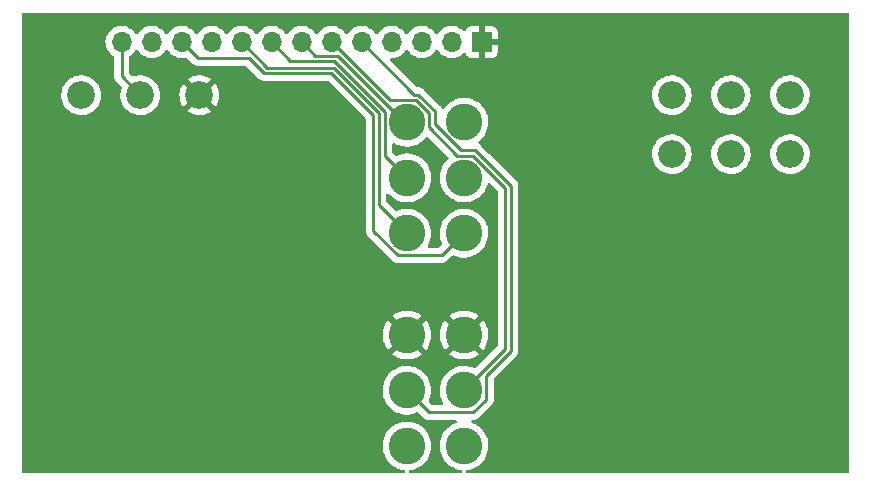
<source format=gtl>
G04 #@! TF.GenerationSoftware,KiCad,Pcbnew,6.0.9-8da3e8f707~116~ubuntu22.04.1*
G04 #@! TF.CreationDate,2022-11-12T09:52:39-05:00*
G04 #@! TF.ProjectId,voltproc_b2,766f6c74-7072-46f6-935f-62322e6b6963,rev?*
G04 #@! TF.SameCoordinates,Original*
G04 #@! TF.FileFunction,Copper,L1,Top*
G04 #@! TF.FilePolarity,Positive*
%FSLAX46Y46*%
G04 Gerber Fmt 4.6, Leading zero omitted, Abs format (unit mm)*
G04 Created by KiCad (PCBNEW 6.0.9-8da3e8f707~116~ubuntu22.04.1) date 2022-11-12 09:52:39*
%MOMM*%
%LPD*%
G01*
G04 APERTURE LIST*
G04 #@! TA.AperFunction,ComponentPad*
%ADD10C,3.100000*%
G04 #@! TD*
G04 #@! TA.AperFunction,ComponentPad*
%ADD11C,2.340000*%
G04 #@! TD*
G04 #@! TA.AperFunction,ComponentPad*
%ADD12R,1.700000X1.700000*%
G04 #@! TD*
G04 #@! TA.AperFunction,ComponentPad*
%ADD13O,1.700000X1.700000*%
G04 #@! TD*
G04 #@! TA.AperFunction,Conductor*
%ADD14C,0.250000*%
G04 #@! TD*
G04 APERTURE END LIST*
D10*
G04 #@! TO.P,SW2,1,A*
G04 #@! TO.N,Board_0-GND1*
X147585000Y-107800000D03*
G04 #@! TO.P,SW2,2,B*
G04 #@! TO.N,Board_0-/Panel components/LIN_SPEED*
X147585000Y-112500000D03*
G04 #@! TO.P,SW2,3,C*
G04 #@! TO.N,Board_0-unconnected-(SW2-Pad3)*
X147585000Y-117200000D03*
G04 #@! TO.P,SW2,4,A*
G04 #@! TO.N,Board_0-GND1*
X152415000Y-107800000D03*
G04 #@! TO.P,SW2,5,B*
G04 #@! TO.N,Board_0-/Panel components/RC_SPEED*
X152415000Y-112500000D03*
G04 #@! TO.P,SW2,6,C*
G04 #@! TO.N,Board_0-unconnected-(SW2-Pad6)*
X152415000Y-117200000D03*
G04 #@! TD*
G04 #@! TO.P,SW1,1,A*
G04 #@! TO.N,Board_0-/Panel components/LIN_IN*
X152415000Y-99200000D03*
G04 #@! TO.P,SW1,2,B*
G04 #@! TO.N,Board_0-/Panel components/LAG_IN*
X152415000Y-94500000D03*
G04 #@! TO.P,SW1,3,C*
G04 #@! TO.N,Board_0-/Panel components/RC_IN*
X152415000Y-89800000D03*
G04 #@! TO.P,SW1,4,A*
G04 #@! TO.N,Board_0-/Panel components/LIN_OUT*
X147585000Y-99200000D03*
G04 #@! TO.P,SW1,5,B*
G04 #@! TO.N,Board_0-/Panel components/LAG_OUT*
X147585000Y-94500000D03*
G04 #@! TO.P,SW1,6,C*
G04 #@! TO.N,Board_0-/Panel components/RC_OUT*
X147585000Y-89800000D03*
G04 #@! TD*
D11*
G04 #@! TO.P,RV4,1,1*
G04 #@! TO.N,Board_0-/Panel components/LAG_LIN_CCW*
X180000000Y-87500000D03*
G04 #@! TO.P,RV4,2,2*
G04 #@! TO.N,Board_0-/Panel components/LAG_LIN_WIP*
X175000000Y-87500000D03*
G04 #@! TO.P,RV4,3,3*
X170000000Y-87500000D03*
G04 #@! TO.P,RV4,4,4*
G04 #@! TO.N,Board_0-/Panel components/RC_IN*
X180000000Y-92500000D03*
G04 #@! TO.P,RV4,5,5*
G04 #@! TO.N,Board_0-/Panel components/LAG_RC_WIP*
X175000000Y-92500000D03*
G04 #@! TO.P,RV4,6,6*
X170000000Y-92500000D03*
G04 #@! TD*
G04 #@! TO.P,RV3,1,1*
G04 #@! TO.N,Board_0-GND1*
X130000000Y-87500000D03*
G04 #@! TO.P,RV3,2,2*
G04 #@! TO.N,Board_0-/Panel components/IN_2_1_WIP*
X125000000Y-87500000D03*
G04 #@! TO.P,RV3,3,3*
G04 #@! TO.N,Board_0-/Panel components/IN_2_1_CW*
X120000000Y-87500000D03*
G04 #@! TD*
D12*
G04 #@! TO.P,J7,1,Pin_1*
G04 #@! TO.N,Board_0-GND1*
X153900000Y-83000000D03*
D13*
G04 #@! TO.P,J7,2,Pin_2*
G04 #@! TO.N,Board_0-/Panel components/LAG_RC_WIP*
X151360000Y-83000000D03*
G04 #@! TO.P,J7,3,Pin_3*
G04 #@! TO.N,Board_0-/Panel components/LAG_LIN_CCW*
X148820000Y-83000000D03*
G04 #@! TO.P,J7,4,Pin_4*
G04 #@! TO.N,Board_0-/Panel components/LAG_LIN_WIP*
X146280000Y-83000000D03*
G04 #@! TO.P,J7,5,Pin_5*
G04 #@! TO.N,Board_0-/Panel components/LIN_SPEED*
X143740000Y-83000000D03*
G04 #@! TO.P,J7,6,Pin_6*
G04 #@! TO.N,Board_0-/Panel components/RC_SPEED*
X141200000Y-83000000D03*
G04 #@! TO.P,J7,7,Pin_7*
G04 #@! TO.N,Board_0-/Panel components/RC_OUT*
X138660000Y-83000000D03*
G04 #@! TO.P,J7,8,Pin_8*
G04 #@! TO.N,Board_0-/Panel components/LAG_OUT*
X136120000Y-83000000D03*
G04 #@! TO.P,J7,9,Pin_9*
G04 #@! TO.N,Board_0-/Panel components/LIN_OUT*
X133580000Y-83000000D03*
G04 #@! TO.P,J7,10,Pin_10*
G04 #@! TO.N,Board_0-/Panel components/LAG_IN*
X131040000Y-83000000D03*
G04 #@! TO.P,J7,11,Pin_11*
G04 #@! TO.N,Board_0-/Panel components/LIN_IN*
X128500000Y-83000000D03*
G04 #@! TO.P,J7,12,Pin_12*
G04 #@! TO.N,Board_0-/Panel components/IN_2_1_CW*
X125960000Y-83000000D03*
G04 #@! TO.P,J7,13,Pin_13*
G04 #@! TO.N,Board_0-/Panel components/IN_2_1_WIP*
X123420000Y-83000000D03*
G04 #@! TD*
D14*
G04 #@! TO.N,Board_0-/Panel components/IN_2_1_WIP*
X123420000Y-85920000D02*
X125000000Y-87500000D01*
X123420000Y-83000000D02*
X123420000Y-85920000D01*
G04 #@! TO.N,Board_0-/Panel components/LAG_OUT*
X145710489Y-92625489D02*
X147585000Y-94500000D01*
X145710489Y-88896081D02*
X145710489Y-92625489D01*
X137709031Y-84624031D02*
X141438439Y-84624031D01*
X141438439Y-84624031D02*
X145710489Y-88896081D01*
X136120000Y-83035000D02*
X137709031Y-84624031D01*
G04 #@! TO.N,Board_0-/Panel components/LIN_IN*
X144742000Y-89199000D02*
X144742000Y-99007960D01*
X134201000Y-84373000D02*
X135471000Y-85643000D01*
X150540489Y-101074511D02*
X152415000Y-99200000D01*
X135471000Y-85643000D02*
X141186000Y-85643000D01*
X128500000Y-83000000D02*
X129873000Y-84373000D01*
X141186000Y-85643000D02*
X144742000Y-89199000D01*
X144742000Y-99007960D02*
X146808551Y-101074511D01*
X146808551Y-101074511D02*
X150540489Y-101074511D01*
X129873000Y-84373000D02*
X134201000Y-84373000D01*
G04 #@! TO.N,Board_0-/Panel components/LIN_OUT*
X145191511Y-96806511D02*
X147585000Y-99200000D01*
X141372194Y-85193490D02*
X145191511Y-89012807D01*
X145191511Y-89012807D02*
X145191511Y-96806511D01*
X135773490Y-85193490D02*
X141372194Y-85193490D01*
X133580000Y-83000000D02*
X135773490Y-85193490D01*
G04 #@! TO.N,Board_0-/Panel components/LIN_SPEED*
X149949000Y-89984960D02*
X152140018Y-92175978D01*
X154290000Y-111723349D02*
X154290000Y-113276651D01*
X156367511Y-95165847D02*
X156367511Y-109183193D01*
X153192140Y-114374511D02*
X149459511Y-114374511D01*
X149949000Y-88877336D02*
X149949000Y-89984960D01*
X154267000Y-111700349D02*
X154290000Y-111723349D01*
X148215978Y-87475978D02*
X148547643Y-87475979D01*
X149459511Y-114374511D02*
X147585000Y-112500000D01*
X154267000Y-111283704D02*
X154267000Y-111700349D01*
X148547643Y-87475979D02*
X149949000Y-88877336D01*
X156367511Y-109183193D02*
X154267000Y-111283704D01*
X154290000Y-113276651D02*
X153192140Y-114374511D01*
X153377643Y-92175979D02*
X156367511Y-95165847D01*
X143740000Y-83000000D02*
X148215978Y-87475978D01*
X152140018Y-92175978D02*
X153377643Y-92175979D01*
G04 #@! TO.N,Board_0-/Panel components/RC_OUT*
X138660000Y-83000000D02*
X139834511Y-84174511D01*
X139834511Y-84174511D02*
X141738793Y-84174511D01*
X141738793Y-84174511D02*
X147364282Y-89800000D01*
G04 #@! TO.N,Board_0-/Panel components/RC_SPEED*
X141200000Y-83000000D02*
X146125489Y-87925489D01*
X153191449Y-92625489D02*
X155918000Y-95352040D01*
X151851489Y-92625489D02*
X153191449Y-92625489D01*
X155918000Y-95352040D02*
X155918000Y-108997000D01*
X148361449Y-87925489D02*
X149459511Y-89023551D01*
X155918000Y-108997000D02*
X152415000Y-112500000D01*
X149459511Y-89023551D02*
X149459511Y-90233511D01*
X149459511Y-90233511D02*
X151851489Y-92625489D01*
X146125489Y-87925489D02*
X148361449Y-87925489D01*
G04 #@! TD*
G04 #@! TA.AperFunction,Conductor*
G04 #@! TO.N,Board_0-GND1*
G36*
X184933621Y-80528502D02*
G01*
X184980114Y-80582158D01*
X184991500Y-80634500D01*
X184991500Y-119365500D01*
X184971498Y-119433621D01*
X184917842Y-119480114D01*
X184865500Y-119491500D01*
X152703965Y-119491500D01*
X152635844Y-119471498D01*
X152589351Y-119417842D01*
X152579247Y-119347568D01*
X152608741Y-119282988D01*
X152668467Y-119244604D01*
X152688828Y-119240413D01*
X152797362Y-119227279D01*
X152801626Y-119226763D01*
X153073112Y-119155540D01*
X153077072Y-119153900D01*
X153077077Y-119153898D01*
X153216600Y-119096105D01*
X153332420Y-119048131D01*
X153383296Y-119018402D01*
X153571054Y-118908685D01*
X153571055Y-118908685D01*
X153574752Y-118906524D01*
X153795624Y-118733338D01*
X153990948Y-118531779D01*
X153993481Y-118528331D01*
X153993485Y-118528326D01*
X154154572Y-118309032D01*
X154157110Y-118305577D01*
X154291036Y-118058916D01*
X154390247Y-117796362D01*
X154452907Y-117522773D01*
X154477857Y-117243211D01*
X154478310Y-117200000D01*
X154459220Y-116919977D01*
X154453923Y-116894396D01*
X154403172Y-116649332D01*
X154402303Y-116645135D01*
X154308612Y-116380561D01*
X154298401Y-116360776D01*
X154181847Y-116134957D01*
X154181847Y-116134956D01*
X154179882Y-116131150D01*
X154169595Y-116116512D01*
X154020956Y-115905022D01*
X154018493Y-115901517D01*
X153827433Y-115695912D01*
X153610237Y-115518139D01*
X153370923Y-115371487D01*
X153348348Y-115361577D01*
X153117853Y-115260397D01*
X153113921Y-115258671D01*
X153108438Y-115257109D01*
X153108063Y-115256872D01*
X153105757Y-115256042D01*
X153105941Y-115255532D01*
X153048406Y-115219206D01*
X153018395Y-115154864D01*
X153027935Y-115084511D01*
X153073996Y-115030484D01*
X153139006Y-115009994D01*
X153192122Y-115008325D01*
X153200127Y-115008073D01*
X153204085Y-115008011D01*
X153231996Y-115008011D01*
X153235931Y-115007514D01*
X153235996Y-115007506D01*
X153247833Y-115006573D01*
X153280091Y-115005559D01*
X153284110Y-115005433D01*
X153292029Y-115005184D01*
X153311483Y-114999532D01*
X153330840Y-114995524D01*
X153343070Y-114993979D01*
X153343071Y-114993979D01*
X153350937Y-114992985D01*
X153358308Y-114990066D01*
X153358310Y-114990066D01*
X153392052Y-114976707D01*
X153403282Y-114972862D01*
X153438123Y-114962740D01*
X153438124Y-114962740D01*
X153445733Y-114960529D01*
X153452552Y-114956496D01*
X153452557Y-114956494D01*
X153463168Y-114950218D01*
X153480916Y-114941523D01*
X153499757Y-114934063D01*
X153535527Y-114908075D01*
X153545447Y-114901559D01*
X153576675Y-114883091D01*
X153576678Y-114883089D01*
X153583502Y-114879053D01*
X153597823Y-114864732D01*
X153612857Y-114851891D01*
X153622834Y-114844642D01*
X153629247Y-114839983D01*
X153657438Y-114805906D01*
X153665428Y-114797127D01*
X154682247Y-113780308D01*
X154690537Y-113772764D01*
X154697018Y-113768651D01*
X154743659Y-113718983D01*
X154746413Y-113716142D01*
X154766135Y-113696420D01*
X154768612Y-113693227D01*
X154776317Y-113684206D01*
X154801159Y-113657751D01*
X154806586Y-113651972D01*
X154810407Y-113645022D01*
X154816346Y-113634219D01*
X154827202Y-113617692D01*
X154834757Y-113607953D01*
X154834758Y-113607951D01*
X154839614Y-113601691D01*
X154857174Y-113561111D01*
X154862391Y-113550463D01*
X154879875Y-113518660D01*
X154879876Y-113518658D01*
X154883695Y-113511711D01*
X154888733Y-113492088D01*
X154895137Y-113473385D01*
X154900033Y-113462071D01*
X154900033Y-113462070D01*
X154903181Y-113454796D01*
X154904420Y-113446973D01*
X154904423Y-113446963D01*
X154910099Y-113411127D01*
X154912505Y-113399507D01*
X154921528Y-113364362D01*
X154921528Y-113364361D01*
X154923500Y-113356681D01*
X154923500Y-113336427D01*
X154925051Y-113316716D01*
X154926980Y-113304537D01*
X154928220Y-113296708D01*
X154924059Y-113252689D01*
X154923500Y-113240832D01*
X154923500Y-111802116D01*
X154924027Y-111790933D01*
X154925702Y-111783440D01*
X154923562Y-111715349D01*
X154923500Y-111711392D01*
X154923500Y-111683493D01*
X154922996Y-111679502D01*
X154922063Y-111667660D01*
X154921974Y-111664803D01*
X154920674Y-111623460D01*
X154918462Y-111615846D01*
X154917222Y-111608018D01*
X154919542Y-111607650D01*
X154919710Y-111548453D01*
X154951410Y-111495198D01*
X156759758Y-109686850D01*
X156768048Y-109679306D01*
X156774529Y-109675193D01*
X156821170Y-109625525D01*
X156823924Y-109622684D01*
X156843645Y-109602963D01*
X156846123Y-109599768D01*
X156853829Y-109590746D01*
X156878669Y-109564294D01*
X156884097Y-109558514D01*
X156893857Y-109540761D01*
X156904710Y-109524238D01*
X156912264Y-109514499D01*
X156917124Y-109508234D01*
X156934687Y-109467650D01*
X156939894Y-109457020D01*
X156961206Y-109418253D01*
X156963177Y-109410576D01*
X156963179Y-109410571D01*
X156966243Y-109398635D01*
X156972649Y-109379923D01*
X156977544Y-109368612D01*
X156980692Y-109361338D01*
X156981932Y-109353510D01*
X156981934Y-109353503D01*
X156987610Y-109317669D01*
X156990016Y-109306049D01*
X156999039Y-109270904D01*
X156999039Y-109270903D01*
X157001011Y-109263223D01*
X157001011Y-109242969D01*
X157002562Y-109223258D01*
X157004491Y-109211079D01*
X157005731Y-109203250D01*
X157001570Y-109159231D01*
X157001011Y-109147374D01*
X157001011Y-95244614D01*
X157001538Y-95233431D01*
X157003213Y-95225938D01*
X157001073Y-95157847D01*
X157001011Y-95153890D01*
X157001011Y-95125991D01*
X157000507Y-95122000D01*
X156999574Y-95110158D01*
X156999141Y-95096362D01*
X156998185Y-95065958D01*
X156995973Y-95058344D01*
X156995972Y-95058339D01*
X156992534Y-95046506D01*
X156988523Y-95027142D01*
X156986978Y-95014911D01*
X156985985Y-95007050D01*
X156983068Y-94999683D01*
X156983067Y-94999678D01*
X156969709Y-94965939D01*
X156965865Y-94954712D01*
X156963743Y-94947408D01*
X156953529Y-94912254D01*
X156943218Y-94894819D01*
X156934523Y-94877071D01*
X156927063Y-94858230D01*
X156901075Y-94822460D01*
X156894559Y-94812540D01*
X156876091Y-94781312D01*
X156876089Y-94781309D01*
X156872053Y-94774485D01*
X156857732Y-94760164D01*
X156844891Y-94745130D01*
X156837642Y-94735153D01*
X156832983Y-94728740D01*
X156798906Y-94700549D01*
X156790127Y-94692559D01*
X154553508Y-92455939D01*
X168317370Y-92455939D01*
X168317594Y-92460606D01*
X168317594Y-92460611D01*
X168319335Y-92496851D01*
X168329339Y-92705131D01*
X168378010Y-92949818D01*
X168462314Y-93184622D01*
X168580398Y-93404386D01*
X168583193Y-93408130D01*
X168583195Y-93408132D01*
X168603226Y-93434957D01*
X168729668Y-93604283D01*
X168906844Y-93779921D01*
X168910606Y-93782679D01*
X168910609Y-93782682D01*
X169098340Y-93920331D01*
X169108036Y-93927440D01*
X169112171Y-93929616D01*
X169112175Y-93929618D01*
X169228009Y-93990561D01*
X169328823Y-94043602D01*
X169564354Y-94125853D01*
X169568947Y-94126725D01*
X169804867Y-94171516D01*
X169804870Y-94171516D01*
X169809456Y-94172387D01*
X169934099Y-94177284D01*
X170054075Y-94181999D01*
X170054081Y-94181999D01*
X170058743Y-94182182D01*
X170156134Y-94171516D01*
X170302087Y-94155532D01*
X170302092Y-94155531D01*
X170306740Y-94155022D01*
X170311264Y-94153831D01*
X170543476Y-94092694D01*
X170543478Y-94092693D01*
X170547999Y-94091503D01*
X170552296Y-94089657D01*
X170772924Y-93994868D01*
X170772926Y-93994867D01*
X170777218Y-93993023D01*
X170894687Y-93920331D01*
X170985391Y-93864202D01*
X170985395Y-93864199D01*
X170989364Y-93861743D01*
X171179775Y-93700548D01*
X171261316Y-93607569D01*
X171341187Y-93516494D01*
X171341191Y-93516489D01*
X171344269Y-93512979D01*
X171394455Y-93434957D01*
X171476703Y-93307087D01*
X171479231Y-93303157D01*
X171581697Y-93075691D01*
X171608345Y-92981204D01*
X171648146Y-92840082D01*
X171648147Y-92840079D01*
X171649416Y-92835578D01*
X171671552Y-92661577D01*
X171680502Y-92591222D01*
X171680502Y-92591218D01*
X171680900Y-92588092D01*
X171681671Y-92558671D01*
X171683124Y-92503160D01*
X171683207Y-92500000D01*
X171679933Y-92455939D01*
X173317370Y-92455939D01*
X173317594Y-92460606D01*
X173317594Y-92460611D01*
X173319335Y-92496851D01*
X173329339Y-92705131D01*
X173378010Y-92949818D01*
X173462314Y-93184622D01*
X173580398Y-93404386D01*
X173583193Y-93408130D01*
X173583195Y-93408132D01*
X173603226Y-93434957D01*
X173729668Y-93604283D01*
X173906844Y-93779921D01*
X173910606Y-93782679D01*
X173910609Y-93782682D01*
X174098340Y-93920331D01*
X174108036Y-93927440D01*
X174112171Y-93929616D01*
X174112175Y-93929618D01*
X174228009Y-93990561D01*
X174328823Y-94043602D01*
X174564354Y-94125853D01*
X174568947Y-94126725D01*
X174804867Y-94171516D01*
X174804870Y-94171516D01*
X174809456Y-94172387D01*
X174934099Y-94177284D01*
X175054075Y-94181999D01*
X175054081Y-94181999D01*
X175058743Y-94182182D01*
X175156134Y-94171516D01*
X175302087Y-94155532D01*
X175302092Y-94155531D01*
X175306740Y-94155022D01*
X175311264Y-94153831D01*
X175543476Y-94092694D01*
X175543478Y-94092693D01*
X175547999Y-94091503D01*
X175552296Y-94089657D01*
X175772924Y-93994868D01*
X175772926Y-93994867D01*
X175777218Y-93993023D01*
X175894687Y-93920331D01*
X175985391Y-93864202D01*
X175985395Y-93864199D01*
X175989364Y-93861743D01*
X176179775Y-93700548D01*
X176261316Y-93607569D01*
X176341187Y-93516494D01*
X176341191Y-93516489D01*
X176344269Y-93512979D01*
X176394455Y-93434957D01*
X176476703Y-93307087D01*
X176479231Y-93303157D01*
X176581697Y-93075691D01*
X176608345Y-92981204D01*
X176648146Y-92840082D01*
X176648147Y-92840079D01*
X176649416Y-92835578D01*
X176671552Y-92661577D01*
X176680502Y-92591222D01*
X176680502Y-92591218D01*
X176680900Y-92588092D01*
X176681671Y-92558671D01*
X176683124Y-92503160D01*
X176683207Y-92500000D01*
X176679933Y-92455939D01*
X178317370Y-92455939D01*
X178317594Y-92460606D01*
X178317594Y-92460611D01*
X178319335Y-92496851D01*
X178329339Y-92705131D01*
X178378010Y-92949818D01*
X178462314Y-93184622D01*
X178580398Y-93404386D01*
X178583193Y-93408130D01*
X178583195Y-93408132D01*
X178603226Y-93434957D01*
X178729668Y-93604283D01*
X178906844Y-93779921D01*
X178910606Y-93782679D01*
X178910609Y-93782682D01*
X179098340Y-93920331D01*
X179108036Y-93927440D01*
X179112171Y-93929616D01*
X179112175Y-93929618D01*
X179228009Y-93990561D01*
X179328823Y-94043602D01*
X179564354Y-94125853D01*
X179568947Y-94126725D01*
X179804867Y-94171516D01*
X179804870Y-94171516D01*
X179809456Y-94172387D01*
X179934099Y-94177284D01*
X180054075Y-94181999D01*
X180054081Y-94181999D01*
X180058743Y-94182182D01*
X180156134Y-94171516D01*
X180302087Y-94155532D01*
X180302092Y-94155531D01*
X180306740Y-94155022D01*
X180311264Y-94153831D01*
X180543476Y-94092694D01*
X180543478Y-94092693D01*
X180547999Y-94091503D01*
X180552296Y-94089657D01*
X180772924Y-93994868D01*
X180772926Y-93994867D01*
X180777218Y-93993023D01*
X180894687Y-93920331D01*
X180985391Y-93864202D01*
X180985395Y-93864199D01*
X180989364Y-93861743D01*
X181179775Y-93700548D01*
X181261316Y-93607569D01*
X181341187Y-93516494D01*
X181341191Y-93516489D01*
X181344269Y-93512979D01*
X181394455Y-93434957D01*
X181476703Y-93307087D01*
X181479231Y-93303157D01*
X181581697Y-93075691D01*
X181608345Y-92981204D01*
X181648146Y-92840082D01*
X181648147Y-92840079D01*
X181649416Y-92835578D01*
X181671552Y-92661577D01*
X181680502Y-92591222D01*
X181680502Y-92591218D01*
X181680900Y-92588092D01*
X181681671Y-92558671D01*
X181683124Y-92503160D01*
X181683207Y-92500000D01*
X181664718Y-92251206D01*
X181609659Y-92007878D01*
X181607966Y-92003524D01*
X181520931Y-91779714D01*
X181520930Y-91779712D01*
X181519238Y-91775361D01*
X181512480Y-91763536D01*
X181434080Y-91626365D01*
X181395442Y-91558763D01*
X181240990Y-91362842D01*
X181059276Y-91191902D01*
X180872105Y-91062057D01*
X180858130Y-91052362D01*
X180858125Y-91052359D01*
X180854292Y-91049700D01*
X180850110Y-91047637D01*
X180850102Y-91047633D01*
X180634728Y-90941423D01*
X180634725Y-90941422D01*
X180630540Y-90939358D01*
X180392937Y-90863300D01*
X180388330Y-90862550D01*
X180388327Y-90862549D01*
X180151312Y-90823949D01*
X180151313Y-90823949D01*
X180146701Y-90823198D01*
X180025753Y-90821615D01*
X179901920Y-90819994D01*
X179901917Y-90819994D01*
X179897243Y-90819933D01*
X179650042Y-90853575D01*
X179645556Y-90854883D01*
X179645554Y-90854883D01*
X179616677Y-90863300D01*
X179410528Y-90923387D01*
X179183965Y-91027834D01*
X179153767Y-91047633D01*
X178979242Y-91162056D01*
X178979237Y-91162060D01*
X178975329Y-91164622D01*
X178789202Y-91330746D01*
X178629675Y-91522557D01*
X178500252Y-91735840D01*
X178498443Y-91740154D01*
X178498442Y-91740156D01*
X178448202Y-91859966D01*
X178403775Y-91965911D01*
X178402624Y-91970443D01*
X178402623Y-91970446D01*
X178393117Y-92007878D01*
X178342365Y-92207714D01*
X178317370Y-92455939D01*
X176679933Y-92455939D01*
X176664718Y-92251206D01*
X176609659Y-92007878D01*
X176607966Y-92003524D01*
X176520931Y-91779714D01*
X176520930Y-91779712D01*
X176519238Y-91775361D01*
X176512480Y-91763536D01*
X176434080Y-91626365D01*
X176395442Y-91558763D01*
X176240990Y-91362842D01*
X176059276Y-91191902D01*
X175872105Y-91062057D01*
X175858130Y-91052362D01*
X175858125Y-91052359D01*
X175854292Y-91049700D01*
X175850110Y-91047637D01*
X175850102Y-91047633D01*
X175634728Y-90941423D01*
X175634725Y-90941422D01*
X175630540Y-90939358D01*
X175392937Y-90863300D01*
X175388330Y-90862550D01*
X175388327Y-90862549D01*
X175151312Y-90823949D01*
X175151313Y-90823949D01*
X175146701Y-90823198D01*
X175025753Y-90821615D01*
X174901920Y-90819994D01*
X174901917Y-90819994D01*
X174897243Y-90819933D01*
X174650042Y-90853575D01*
X174645556Y-90854883D01*
X174645554Y-90854883D01*
X174616677Y-90863300D01*
X174410528Y-90923387D01*
X174183965Y-91027834D01*
X174153767Y-91047633D01*
X173979242Y-91162056D01*
X173979237Y-91162060D01*
X173975329Y-91164622D01*
X173789202Y-91330746D01*
X173629675Y-91522557D01*
X173500252Y-91735840D01*
X173498443Y-91740154D01*
X173498442Y-91740156D01*
X173448202Y-91859966D01*
X173403775Y-91965911D01*
X173402624Y-91970443D01*
X173402623Y-91970446D01*
X173393117Y-92007878D01*
X173342365Y-92207714D01*
X173317370Y-92455939D01*
X171679933Y-92455939D01*
X171664718Y-92251206D01*
X171609659Y-92007878D01*
X171607966Y-92003524D01*
X171520931Y-91779714D01*
X171520930Y-91779712D01*
X171519238Y-91775361D01*
X171512480Y-91763536D01*
X171434080Y-91626365D01*
X171395442Y-91558763D01*
X171240990Y-91362842D01*
X171059276Y-91191902D01*
X170872105Y-91062057D01*
X170858130Y-91052362D01*
X170858125Y-91052359D01*
X170854292Y-91049700D01*
X170850110Y-91047637D01*
X170850102Y-91047633D01*
X170634728Y-90941423D01*
X170634725Y-90941422D01*
X170630540Y-90939358D01*
X170392937Y-90863300D01*
X170388330Y-90862550D01*
X170388327Y-90862549D01*
X170151312Y-90823949D01*
X170151313Y-90823949D01*
X170146701Y-90823198D01*
X170025753Y-90821615D01*
X169901920Y-90819994D01*
X169901917Y-90819994D01*
X169897243Y-90819933D01*
X169650042Y-90853575D01*
X169645556Y-90854883D01*
X169645554Y-90854883D01*
X169616677Y-90863300D01*
X169410528Y-90923387D01*
X169183965Y-91027834D01*
X169153767Y-91047633D01*
X168979242Y-91162056D01*
X168979237Y-91162060D01*
X168975329Y-91164622D01*
X168789202Y-91330746D01*
X168629675Y-91522557D01*
X168500252Y-91735840D01*
X168498443Y-91740154D01*
X168498442Y-91740156D01*
X168448202Y-91859966D01*
X168403775Y-91965911D01*
X168402624Y-91970443D01*
X168402623Y-91970446D01*
X168393117Y-92007878D01*
X168342365Y-92207714D01*
X168317370Y-92455939D01*
X154553508Y-92455939D01*
X153881295Y-91783726D01*
X153873755Y-91775440D01*
X153869643Y-91768961D01*
X153819991Y-91722335D01*
X153817150Y-91719581D01*
X153797413Y-91699844D01*
X153794216Y-91697364D01*
X153785194Y-91689659D01*
X153758743Y-91664820D01*
X153752964Y-91659393D01*
X153746018Y-91655574D01*
X153746015Y-91655572D01*
X153735209Y-91649631D01*
X153718690Y-91638780D01*
X153708950Y-91631225D01*
X153708949Y-91631224D01*
X153702684Y-91626365D01*
X153699219Y-91624866D01*
X153652028Y-91574322D01*
X153639324Y-91504471D01*
X153666400Y-91438841D01*
X153686874Y-91418609D01*
X153792252Y-91335982D01*
X153795624Y-91333338D01*
X153801157Y-91327629D01*
X153959121Y-91164622D01*
X153990948Y-91131779D01*
X153993482Y-91128330D01*
X153993485Y-91128326D01*
X154154572Y-90909032D01*
X154157110Y-90905577D01*
X154185687Y-90852945D01*
X154288986Y-90662692D01*
X154288987Y-90662690D01*
X154291036Y-90658916D01*
X154390247Y-90396362D01*
X154452907Y-90122773D01*
X154477857Y-89843211D01*
X154478310Y-89800000D01*
X154459220Y-89519977D01*
X154439448Y-89424499D01*
X154403172Y-89249332D01*
X154402303Y-89245135D01*
X154308612Y-88980561D01*
X154282319Y-88929618D01*
X154181847Y-88734957D01*
X154181847Y-88734956D01*
X154179882Y-88731150D01*
X154160497Y-88703567D01*
X154061916Y-88563302D01*
X154018493Y-88501517D01*
X153924154Y-88399996D01*
X153830354Y-88299055D01*
X153830351Y-88299052D01*
X153827433Y-88295912D01*
X153610237Y-88118139D01*
X153370923Y-87971487D01*
X153348348Y-87961577D01*
X153117853Y-87860397D01*
X153113921Y-87858671D01*
X153094519Y-87853144D01*
X152848114Y-87782954D01*
X152848115Y-87782954D01*
X152843986Y-87781778D01*
X152638217Y-87752493D01*
X152570365Y-87742836D01*
X152570363Y-87742836D01*
X152566113Y-87742231D01*
X152561824Y-87742209D01*
X152561817Y-87742208D01*
X152289730Y-87740783D01*
X152289723Y-87740783D01*
X152285444Y-87740761D01*
X152281199Y-87741320D01*
X152281197Y-87741320D01*
X152217813Y-87749665D01*
X152007172Y-87777397D01*
X151736446Y-87851459D01*
X151478277Y-87961577D01*
X151332721Y-88048691D01*
X151241123Y-88103511D01*
X151241119Y-88103514D01*
X151237441Y-88105715D01*
X151018395Y-88281204D01*
X151015451Y-88284306D01*
X151015447Y-88284310D01*
X150829267Y-88480503D01*
X150825192Y-88484797D01*
X150822691Y-88488278D01*
X150822684Y-88488286D01*
X150733936Y-88611791D01*
X150677942Y-88655439D01*
X150607238Y-88661885D01*
X150544274Y-88629082D01*
X150514463Y-88584649D01*
X150508552Y-88569719D01*
X150482564Y-88533949D01*
X150476048Y-88524029D01*
X150457580Y-88492801D01*
X150457578Y-88492798D01*
X150453542Y-88485974D01*
X150439221Y-88471653D01*
X150426380Y-88456619D01*
X150419131Y-88446642D01*
X150414472Y-88440229D01*
X150380395Y-88412038D01*
X150371616Y-88404048D01*
X149423508Y-87455939D01*
X168317370Y-87455939D01*
X168317594Y-87460606D01*
X168317594Y-87460611D01*
X168323354Y-87580535D01*
X168329339Y-87705131D01*
X168378010Y-87949818D01*
X168462314Y-88184622D01*
X168580398Y-88404386D01*
X168729668Y-88604283D01*
X168906844Y-88779921D01*
X168910606Y-88782679D01*
X168910609Y-88782682D01*
X169022139Y-88864458D01*
X169108036Y-88927440D01*
X169112171Y-88929616D01*
X169112175Y-88929618D01*
X169209002Y-88980561D01*
X169328823Y-89043602D01*
X169459347Y-89089183D01*
X169558550Y-89123826D01*
X169564354Y-89125853D01*
X169568947Y-89126725D01*
X169804867Y-89171516D01*
X169804870Y-89171516D01*
X169809456Y-89172387D01*
X169934100Y-89177285D01*
X170054075Y-89181999D01*
X170054081Y-89181999D01*
X170058743Y-89182182D01*
X170148181Y-89172387D01*
X170302087Y-89155532D01*
X170302092Y-89155531D01*
X170306740Y-89155022D01*
X170313140Y-89153337D01*
X170543476Y-89092694D01*
X170543478Y-89092693D01*
X170547999Y-89091503D01*
X170553399Y-89089183D01*
X170772924Y-88994868D01*
X170772926Y-88994867D01*
X170777218Y-88993023D01*
X170879679Y-88929618D01*
X170985391Y-88864202D01*
X170985395Y-88864199D01*
X170989364Y-88861743D01*
X171089900Y-88776633D01*
X171176209Y-88703567D01*
X171176210Y-88703566D01*
X171179775Y-88700548D01*
X171242449Y-88629082D01*
X171341187Y-88516494D01*
X171341191Y-88516489D01*
X171344269Y-88512979D01*
X171360803Y-88487275D01*
X171476703Y-88307087D01*
X171479231Y-88303157D01*
X171581697Y-88075691D01*
X171614355Y-87959896D01*
X171648146Y-87840082D01*
X171648147Y-87840079D01*
X171649416Y-87835578D01*
X171680900Y-87588092D01*
X171680984Y-87584909D01*
X171682243Y-87536828D01*
X171683207Y-87500000D01*
X171679933Y-87455939D01*
X173317370Y-87455939D01*
X173317594Y-87460606D01*
X173317594Y-87460611D01*
X173323354Y-87580535D01*
X173329339Y-87705131D01*
X173378010Y-87949818D01*
X173462314Y-88184622D01*
X173580398Y-88404386D01*
X173729668Y-88604283D01*
X173906844Y-88779921D01*
X173910606Y-88782679D01*
X173910609Y-88782682D01*
X174022139Y-88864458D01*
X174108036Y-88927440D01*
X174112171Y-88929616D01*
X174112175Y-88929618D01*
X174209002Y-88980561D01*
X174328823Y-89043602D01*
X174459347Y-89089183D01*
X174558550Y-89123826D01*
X174564354Y-89125853D01*
X174568947Y-89126725D01*
X174804867Y-89171516D01*
X174804870Y-89171516D01*
X174809456Y-89172387D01*
X174934100Y-89177285D01*
X175054075Y-89181999D01*
X175054081Y-89181999D01*
X175058743Y-89182182D01*
X175148181Y-89172387D01*
X175302087Y-89155532D01*
X175302092Y-89155531D01*
X175306740Y-89155022D01*
X175313140Y-89153337D01*
X175543476Y-89092694D01*
X175543478Y-89092693D01*
X175547999Y-89091503D01*
X175553399Y-89089183D01*
X175772924Y-88994868D01*
X175772926Y-88994867D01*
X175777218Y-88993023D01*
X175879679Y-88929618D01*
X175985391Y-88864202D01*
X175985395Y-88864199D01*
X175989364Y-88861743D01*
X176089900Y-88776633D01*
X176176209Y-88703567D01*
X176176210Y-88703566D01*
X176179775Y-88700548D01*
X176242449Y-88629082D01*
X176341187Y-88516494D01*
X176341191Y-88516489D01*
X176344269Y-88512979D01*
X176360803Y-88487275D01*
X176476703Y-88307087D01*
X176479231Y-88303157D01*
X176581697Y-88075691D01*
X176614355Y-87959896D01*
X176648146Y-87840082D01*
X176648147Y-87840079D01*
X176649416Y-87835578D01*
X176680900Y-87588092D01*
X176680984Y-87584909D01*
X176682243Y-87536828D01*
X176683207Y-87500000D01*
X176679933Y-87455939D01*
X178317370Y-87455939D01*
X178317594Y-87460606D01*
X178317594Y-87460611D01*
X178323354Y-87580535D01*
X178329339Y-87705131D01*
X178378010Y-87949818D01*
X178462314Y-88184622D01*
X178580398Y-88404386D01*
X178729668Y-88604283D01*
X178906844Y-88779921D01*
X178910606Y-88782679D01*
X178910609Y-88782682D01*
X179022139Y-88864458D01*
X179108036Y-88927440D01*
X179112171Y-88929616D01*
X179112175Y-88929618D01*
X179209002Y-88980561D01*
X179328823Y-89043602D01*
X179459347Y-89089183D01*
X179558550Y-89123826D01*
X179564354Y-89125853D01*
X179568947Y-89126725D01*
X179804867Y-89171516D01*
X179804870Y-89171516D01*
X179809456Y-89172387D01*
X179934100Y-89177285D01*
X180054075Y-89181999D01*
X180054081Y-89181999D01*
X180058743Y-89182182D01*
X180148181Y-89172387D01*
X180302087Y-89155532D01*
X180302092Y-89155531D01*
X180306740Y-89155022D01*
X180313140Y-89153337D01*
X180543476Y-89092694D01*
X180543478Y-89092693D01*
X180547999Y-89091503D01*
X180553399Y-89089183D01*
X180772924Y-88994868D01*
X180772926Y-88994867D01*
X180777218Y-88993023D01*
X180879679Y-88929618D01*
X180985391Y-88864202D01*
X180985395Y-88864199D01*
X180989364Y-88861743D01*
X181089900Y-88776633D01*
X181176209Y-88703567D01*
X181176210Y-88703566D01*
X181179775Y-88700548D01*
X181242449Y-88629082D01*
X181341187Y-88516494D01*
X181341191Y-88516489D01*
X181344269Y-88512979D01*
X181360803Y-88487275D01*
X181476703Y-88307087D01*
X181479231Y-88303157D01*
X181581697Y-88075691D01*
X181614355Y-87959896D01*
X181648146Y-87840082D01*
X181648147Y-87840079D01*
X181649416Y-87835578D01*
X181680900Y-87588092D01*
X181680984Y-87584909D01*
X181682243Y-87536828D01*
X181683207Y-87500000D01*
X181667725Y-87291668D01*
X181665064Y-87255858D01*
X181665063Y-87255854D01*
X181664718Y-87251206D01*
X181609659Y-87007878D01*
X181606535Y-86999844D01*
X181520931Y-86779714D01*
X181520930Y-86779712D01*
X181519238Y-86775361D01*
X181494494Y-86732067D01*
X181473285Y-86694959D01*
X181395442Y-86558763D01*
X181240990Y-86362842D01*
X181059276Y-86191902D01*
X180921982Y-86096658D01*
X180858130Y-86052362D01*
X180858125Y-86052359D01*
X180854292Y-86049700D01*
X180850110Y-86047637D01*
X180850102Y-86047633D01*
X180634728Y-85941423D01*
X180634725Y-85941422D01*
X180630540Y-85939358D01*
X180392937Y-85863300D01*
X180388330Y-85862550D01*
X180388327Y-85862549D01*
X180151312Y-85823949D01*
X180151313Y-85823949D01*
X180146701Y-85823198D01*
X180025753Y-85821615D01*
X179901920Y-85819994D01*
X179901917Y-85819994D01*
X179897243Y-85819933D01*
X179650042Y-85853575D01*
X179645556Y-85854883D01*
X179645554Y-85854883D01*
X179617576Y-85863038D01*
X179410528Y-85923387D01*
X179406275Y-85925347D01*
X179406274Y-85925348D01*
X179400552Y-85927986D01*
X179183965Y-86027834D01*
X179180056Y-86030397D01*
X178979242Y-86162056D01*
X178979237Y-86162060D01*
X178975329Y-86164622D01*
X178918448Y-86215390D01*
X178794875Y-86325683D01*
X178789202Y-86330746D01*
X178629675Y-86522557D01*
X178500252Y-86735840D01*
X178498443Y-86740154D01*
X178498442Y-86740156D01*
X178406508Y-86959394D01*
X178403775Y-86965911D01*
X178402624Y-86970443D01*
X178402623Y-86970446D01*
X178394185Y-87003671D01*
X178342365Y-87207714D01*
X178317370Y-87455939D01*
X176679933Y-87455939D01*
X176667725Y-87291668D01*
X176665064Y-87255858D01*
X176665063Y-87255854D01*
X176664718Y-87251206D01*
X176609659Y-87007878D01*
X176606535Y-86999844D01*
X176520931Y-86779714D01*
X176520930Y-86779712D01*
X176519238Y-86775361D01*
X176494494Y-86732067D01*
X176473285Y-86694959D01*
X176395442Y-86558763D01*
X176240990Y-86362842D01*
X176059276Y-86191902D01*
X175921982Y-86096658D01*
X175858130Y-86052362D01*
X175858125Y-86052359D01*
X175854292Y-86049700D01*
X175850110Y-86047637D01*
X175850102Y-86047633D01*
X175634728Y-85941423D01*
X175634725Y-85941422D01*
X175630540Y-85939358D01*
X175392937Y-85863300D01*
X175388330Y-85862550D01*
X175388327Y-85862549D01*
X175151312Y-85823949D01*
X175151313Y-85823949D01*
X175146701Y-85823198D01*
X175025753Y-85821615D01*
X174901920Y-85819994D01*
X174901917Y-85819994D01*
X174897243Y-85819933D01*
X174650042Y-85853575D01*
X174645556Y-85854883D01*
X174645554Y-85854883D01*
X174617576Y-85863038D01*
X174410528Y-85923387D01*
X174406275Y-85925347D01*
X174406274Y-85925348D01*
X174400552Y-85927986D01*
X174183965Y-86027834D01*
X174180056Y-86030397D01*
X173979242Y-86162056D01*
X173979237Y-86162060D01*
X173975329Y-86164622D01*
X173918448Y-86215390D01*
X173794875Y-86325683D01*
X173789202Y-86330746D01*
X173629675Y-86522557D01*
X173500252Y-86735840D01*
X173498443Y-86740154D01*
X173498442Y-86740156D01*
X173406508Y-86959394D01*
X173403775Y-86965911D01*
X173402624Y-86970443D01*
X173402623Y-86970446D01*
X173394185Y-87003671D01*
X173342365Y-87207714D01*
X173317370Y-87455939D01*
X171679933Y-87455939D01*
X171667725Y-87291668D01*
X171665064Y-87255858D01*
X171665063Y-87255854D01*
X171664718Y-87251206D01*
X171609659Y-87007878D01*
X171606535Y-86999844D01*
X171520931Y-86779714D01*
X171520930Y-86779712D01*
X171519238Y-86775361D01*
X171494494Y-86732067D01*
X171473285Y-86694959D01*
X171395442Y-86558763D01*
X171240990Y-86362842D01*
X171059276Y-86191902D01*
X170921982Y-86096658D01*
X170858130Y-86052362D01*
X170858125Y-86052359D01*
X170854292Y-86049700D01*
X170850110Y-86047637D01*
X170850102Y-86047633D01*
X170634728Y-85941423D01*
X170634725Y-85941422D01*
X170630540Y-85939358D01*
X170392937Y-85863300D01*
X170388330Y-85862550D01*
X170388327Y-85862549D01*
X170151312Y-85823949D01*
X170151313Y-85823949D01*
X170146701Y-85823198D01*
X170025753Y-85821615D01*
X169901920Y-85819994D01*
X169901917Y-85819994D01*
X169897243Y-85819933D01*
X169650042Y-85853575D01*
X169645556Y-85854883D01*
X169645554Y-85854883D01*
X169617576Y-85863038D01*
X169410528Y-85923387D01*
X169406275Y-85925347D01*
X169406274Y-85925348D01*
X169400552Y-85927986D01*
X169183965Y-86027834D01*
X169180056Y-86030397D01*
X168979242Y-86162056D01*
X168979237Y-86162060D01*
X168975329Y-86164622D01*
X168918448Y-86215390D01*
X168794875Y-86325683D01*
X168789202Y-86330746D01*
X168629675Y-86522557D01*
X168500252Y-86735840D01*
X168498443Y-86740154D01*
X168498442Y-86740156D01*
X168406508Y-86959394D01*
X168403775Y-86965911D01*
X168402624Y-86970443D01*
X168402623Y-86970446D01*
X168394185Y-87003671D01*
X168342365Y-87207714D01*
X168317370Y-87455939D01*
X149423508Y-87455939D01*
X149051296Y-87083727D01*
X149043756Y-87075441D01*
X149039644Y-87068962D01*
X148989985Y-87022329D01*
X148987144Y-87019575D01*
X148967413Y-86999844D01*
X148964288Y-86997420D01*
X148964280Y-86997413D01*
X148964220Y-86997367D01*
X148955194Y-86989658D01*
X148941455Y-86976756D01*
X148922966Y-86959394D01*
X148916022Y-86955577D01*
X148916020Y-86955575D01*
X148905207Y-86949630D01*
X148888687Y-86938778D01*
X148886824Y-86937333D01*
X148872684Y-86926365D01*
X148865411Y-86923218D01*
X148865408Y-86923216D01*
X148832102Y-86908803D01*
X148821443Y-86903581D01*
X148789654Y-86886105D01*
X148789652Y-86886104D01*
X148782705Y-86882285D01*
X148763074Y-86877245D01*
X148744381Y-86870844D01*
X148733065Y-86865947D01*
X148725788Y-86862798D01*
X148682119Y-86855882D01*
X148670504Y-86853476D01*
X148627675Y-86842479D01*
X148607419Y-86842479D01*
X148587708Y-86840928D01*
X148575529Y-86838999D01*
X148567700Y-86837759D01*
X148540812Y-86840301D01*
X148471112Y-86826799D01*
X148439859Y-86803955D01*
X146211317Y-84575413D01*
X146177291Y-84513101D01*
X146182356Y-84442286D01*
X146224903Y-84385450D01*
X146291423Y-84360639D01*
X146305024Y-84360403D01*
X146320845Y-84360983D01*
X146336674Y-84361564D01*
X146336678Y-84361564D01*
X146341837Y-84361753D01*
X146346957Y-84361097D01*
X146346959Y-84361097D01*
X146558288Y-84334025D01*
X146558289Y-84334025D01*
X146563416Y-84333368D01*
X146568369Y-84331882D01*
X146772429Y-84270661D01*
X146772434Y-84270659D01*
X146777384Y-84269174D01*
X146977994Y-84170896D01*
X147159860Y-84041173D01*
X147318096Y-83883489D01*
X147377594Y-83800689D01*
X147448453Y-83702077D01*
X147449776Y-83703028D01*
X147496645Y-83659857D01*
X147566580Y-83647625D01*
X147632026Y-83675144D01*
X147659875Y-83706994D01*
X147719987Y-83805088D01*
X147866250Y-83973938D01*
X148038126Y-84116632D01*
X148231000Y-84229338D01*
X148439692Y-84309030D01*
X148444760Y-84310061D01*
X148444763Y-84310062D01*
X148552012Y-84331882D01*
X148658597Y-84353567D01*
X148663772Y-84353757D01*
X148663774Y-84353757D01*
X148876673Y-84361564D01*
X148876677Y-84361564D01*
X148881837Y-84361753D01*
X148886957Y-84361097D01*
X148886959Y-84361097D01*
X149098288Y-84334025D01*
X149098289Y-84334025D01*
X149103416Y-84333368D01*
X149108369Y-84331882D01*
X149312429Y-84270661D01*
X149312434Y-84270659D01*
X149317384Y-84269174D01*
X149517994Y-84170896D01*
X149699860Y-84041173D01*
X149858096Y-83883489D01*
X149917594Y-83800689D01*
X149988453Y-83702077D01*
X149989776Y-83703028D01*
X150036645Y-83659857D01*
X150106580Y-83647625D01*
X150172026Y-83675144D01*
X150199875Y-83706994D01*
X150259987Y-83805088D01*
X150406250Y-83973938D01*
X150578126Y-84116632D01*
X150771000Y-84229338D01*
X150979692Y-84309030D01*
X150984760Y-84310061D01*
X150984763Y-84310062D01*
X151092012Y-84331882D01*
X151198597Y-84353567D01*
X151203772Y-84353757D01*
X151203774Y-84353757D01*
X151416673Y-84361564D01*
X151416677Y-84361564D01*
X151421837Y-84361753D01*
X151426957Y-84361097D01*
X151426959Y-84361097D01*
X151638288Y-84334025D01*
X151638289Y-84334025D01*
X151643416Y-84333368D01*
X151648369Y-84331882D01*
X151852429Y-84270661D01*
X151852434Y-84270659D01*
X151857384Y-84269174D01*
X152057994Y-84170896D01*
X152239860Y-84041173D01*
X152307331Y-83973938D01*
X152348479Y-83932933D01*
X152410851Y-83899017D01*
X152481658Y-83904205D01*
X152538419Y-83946851D01*
X152555401Y-83977954D01*
X152596676Y-84088054D01*
X152605214Y-84103649D01*
X152681715Y-84205724D01*
X152694276Y-84218285D01*
X152796351Y-84294786D01*
X152811946Y-84303324D01*
X152932394Y-84348478D01*
X152947649Y-84352105D01*
X152998514Y-84357631D01*
X153005328Y-84358000D01*
X153627885Y-84358000D01*
X153643124Y-84353525D01*
X153644329Y-84352135D01*
X153646000Y-84344452D01*
X153646000Y-84339884D01*
X154154000Y-84339884D01*
X154158475Y-84355123D01*
X154159865Y-84356328D01*
X154167548Y-84357999D01*
X154794669Y-84357999D01*
X154801490Y-84357629D01*
X154852352Y-84352105D01*
X154867604Y-84348479D01*
X154988054Y-84303324D01*
X155003649Y-84294786D01*
X155105724Y-84218285D01*
X155118285Y-84205724D01*
X155194786Y-84103649D01*
X155203324Y-84088054D01*
X155248478Y-83967606D01*
X155252105Y-83952351D01*
X155257631Y-83901486D01*
X155258000Y-83894672D01*
X155258000Y-83272115D01*
X155253525Y-83256876D01*
X155252135Y-83255671D01*
X155244452Y-83254000D01*
X154172115Y-83254000D01*
X154156876Y-83258475D01*
X154155671Y-83259865D01*
X154154000Y-83267548D01*
X154154000Y-84339884D01*
X153646000Y-84339884D01*
X153646000Y-82727885D01*
X154154000Y-82727885D01*
X154158475Y-82743124D01*
X154159865Y-82744329D01*
X154167548Y-82746000D01*
X155239884Y-82746000D01*
X155255123Y-82741525D01*
X155256328Y-82740135D01*
X155257999Y-82732452D01*
X155257999Y-82105331D01*
X155257629Y-82098510D01*
X155252105Y-82047648D01*
X155248479Y-82032396D01*
X155203324Y-81911946D01*
X155194786Y-81896351D01*
X155118285Y-81794276D01*
X155105724Y-81781715D01*
X155003649Y-81705214D01*
X154988054Y-81696676D01*
X154867606Y-81651522D01*
X154852351Y-81647895D01*
X154801486Y-81642369D01*
X154794672Y-81642000D01*
X154172115Y-81642000D01*
X154156876Y-81646475D01*
X154155671Y-81647865D01*
X154154000Y-81655548D01*
X154154000Y-82727885D01*
X153646000Y-82727885D01*
X153646000Y-81660116D01*
X153641525Y-81644877D01*
X153640135Y-81643672D01*
X153632452Y-81642001D01*
X153005331Y-81642001D01*
X152998510Y-81642371D01*
X152947648Y-81647895D01*
X152932396Y-81651521D01*
X152811946Y-81696676D01*
X152796351Y-81705214D01*
X152694276Y-81781715D01*
X152681715Y-81794276D01*
X152605214Y-81896351D01*
X152596676Y-81911946D01*
X152555297Y-82022322D01*
X152512655Y-82079087D01*
X152446093Y-82103786D01*
X152376744Y-82088578D01*
X152344121Y-82062891D01*
X152293151Y-82006876D01*
X152293145Y-82006870D01*
X152289670Y-82003051D01*
X152285619Y-81999852D01*
X152285615Y-81999848D01*
X152118414Y-81867800D01*
X152118410Y-81867798D01*
X152114359Y-81864598D01*
X151918789Y-81756638D01*
X151913920Y-81754914D01*
X151913916Y-81754912D01*
X151713087Y-81683795D01*
X151713083Y-81683794D01*
X151708212Y-81682069D01*
X151703119Y-81681162D01*
X151703116Y-81681161D01*
X151493373Y-81643800D01*
X151493367Y-81643799D01*
X151488284Y-81642894D01*
X151414452Y-81641992D01*
X151270081Y-81640228D01*
X151270079Y-81640228D01*
X151264911Y-81640165D01*
X151044091Y-81673955D01*
X150831756Y-81743357D01*
X150633607Y-81846507D01*
X150629474Y-81849610D01*
X150629471Y-81849612D01*
X150546450Y-81911946D01*
X150454965Y-81980635D01*
X150300629Y-82142138D01*
X150193201Y-82299621D01*
X150138293Y-82344621D01*
X150067768Y-82352792D01*
X150004021Y-82321538D01*
X149983324Y-82297054D01*
X149902822Y-82172617D01*
X149902820Y-82172614D01*
X149900014Y-82168277D01*
X149749670Y-82003051D01*
X149745619Y-81999852D01*
X149745615Y-81999848D01*
X149578414Y-81867800D01*
X149578410Y-81867798D01*
X149574359Y-81864598D01*
X149378789Y-81756638D01*
X149373920Y-81754914D01*
X149373916Y-81754912D01*
X149173087Y-81683795D01*
X149173083Y-81683794D01*
X149168212Y-81682069D01*
X149163119Y-81681162D01*
X149163116Y-81681161D01*
X148953373Y-81643800D01*
X148953367Y-81643799D01*
X148948284Y-81642894D01*
X148874452Y-81641992D01*
X148730081Y-81640228D01*
X148730079Y-81640228D01*
X148724911Y-81640165D01*
X148504091Y-81673955D01*
X148291756Y-81743357D01*
X148093607Y-81846507D01*
X148089474Y-81849610D01*
X148089471Y-81849612D01*
X148006450Y-81911946D01*
X147914965Y-81980635D01*
X147760629Y-82142138D01*
X147653201Y-82299621D01*
X147598293Y-82344621D01*
X147527768Y-82352792D01*
X147464021Y-82321538D01*
X147443324Y-82297054D01*
X147362822Y-82172617D01*
X147362820Y-82172614D01*
X147360014Y-82168277D01*
X147209670Y-82003051D01*
X147205619Y-81999852D01*
X147205615Y-81999848D01*
X147038414Y-81867800D01*
X147038410Y-81867798D01*
X147034359Y-81864598D01*
X146838789Y-81756638D01*
X146833920Y-81754914D01*
X146833916Y-81754912D01*
X146633087Y-81683795D01*
X146633083Y-81683794D01*
X146628212Y-81682069D01*
X146623119Y-81681162D01*
X146623116Y-81681161D01*
X146413373Y-81643800D01*
X146413367Y-81643799D01*
X146408284Y-81642894D01*
X146334452Y-81641992D01*
X146190081Y-81640228D01*
X146190079Y-81640228D01*
X146184911Y-81640165D01*
X145964091Y-81673955D01*
X145751756Y-81743357D01*
X145553607Y-81846507D01*
X145549474Y-81849610D01*
X145549471Y-81849612D01*
X145466450Y-81911946D01*
X145374965Y-81980635D01*
X145220629Y-82142138D01*
X145113201Y-82299621D01*
X145058293Y-82344621D01*
X144987768Y-82352792D01*
X144924021Y-82321538D01*
X144903324Y-82297054D01*
X144822822Y-82172617D01*
X144822820Y-82172614D01*
X144820014Y-82168277D01*
X144669670Y-82003051D01*
X144665619Y-81999852D01*
X144665615Y-81999848D01*
X144498414Y-81867800D01*
X144498410Y-81867798D01*
X144494359Y-81864598D01*
X144298789Y-81756638D01*
X144293920Y-81754914D01*
X144293916Y-81754912D01*
X144093087Y-81683795D01*
X144093083Y-81683794D01*
X144088212Y-81682069D01*
X144083119Y-81681162D01*
X144083116Y-81681161D01*
X143873373Y-81643800D01*
X143873367Y-81643799D01*
X143868284Y-81642894D01*
X143794452Y-81641992D01*
X143650081Y-81640228D01*
X143650079Y-81640228D01*
X143644911Y-81640165D01*
X143424091Y-81673955D01*
X143211756Y-81743357D01*
X143013607Y-81846507D01*
X143009474Y-81849610D01*
X143009471Y-81849612D01*
X142926450Y-81911946D01*
X142834965Y-81980635D01*
X142680629Y-82142138D01*
X142573201Y-82299621D01*
X142518293Y-82344621D01*
X142447768Y-82352792D01*
X142384021Y-82321538D01*
X142363324Y-82297054D01*
X142282822Y-82172617D01*
X142282820Y-82172614D01*
X142280014Y-82168277D01*
X142129670Y-82003051D01*
X142125619Y-81999852D01*
X142125615Y-81999848D01*
X141958414Y-81867800D01*
X141958410Y-81867798D01*
X141954359Y-81864598D01*
X141758789Y-81756638D01*
X141753920Y-81754914D01*
X141753916Y-81754912D01*
X141553087Y-81683795D01*
X141553083Y-81683794D01*
X141548212Y-81682069D01*
X141543119Y-81681162D01*
X141543116Y-81681161D01*
X141333373Y-81643800D01*
X141333367Y-81643799D01*
X141328284Y-81642894D01*
X141254452Y-81641992D01*
X141110081Y-81640228D01*
X141110079Y-81640228D01*
X141104911Y-81640165D01*
X140884091Y-81673955D01*
X140671756Y-81743357D01*
X140473607Y-81846507D01*
X140469474Y-81849610D01*
X140469471Y-81849612D01*
X140386450Y-81911946D01*
X140294965Y-81980635D01*
X140140629Y-82142138D01*
X140033201Y-82299621D01*
X139978293Y-82344621D01*
X139907768Y-82352792D01*
X139844021Y-82321538D01*
X139823324Y-82297054D01*
X139742822Y-82172617D01*
X139742820Y-82172614D01*
X139740014Y-82168277D01*
X139589670Y-82003051D01*
X139585619Y-81999852D01*
X139585615Y-81999848D01*
X139418414Y-81867800D01*
X139418410Y-81867798D01*
X139414359Y-81864598D01*
X139218789Y-81756638D01*
X139213920Y-81754914D01*
X139213916Y-81754912D01*
X139013087Y-81683795D01*
X139013083Y-81683794D01*
X139008212Y-81682069D01*
X139003119Y-81681162D01*
X139003116Y-81681161D01*
X138793373Y-81643800D01*
X138793367Y-81643799D01*
X138788284Y-81642894D01*
X138714452Y-81641992D01*
X138570081Y-81640228D01*
X138570079Y-81640228D01*
X138564911Y-81640165D01*
X138344091Y-81673955D01*
X138131756Y-81743357D01*
X137933607Y-81846507D01*
X137929474Y-81849610D01*
X137929471Y-81849612D01*
X137846450Y-81911946D01*
X137754965Y-81980635D01*
X137600629Y-82142138D01*
X137493201Y-82299621D01*
X137438293Y-82344621D01*
X137367768Y-82352792D01*
X137304021Y-82321538D01*
X137283324Y-82297054D01*
X137202822Y-82172617D01*
X137202820Y-82172614D01*
X137200014Y-82168277D01*
X137049670Y-82003051D01*
X137045619Y-81999852D01*
X137045615Y-81999848D01*
X136878414Y-81867800D01*
X136878410Y-81867798D01*
X136874359Y-81864598D01*
X136678789Y-81756638D01*
X136673920Y-81754914D01*
X136673916Y-81754912D01*
X136473087Y-81683795D01*
X136473083Y-81683794D01*
X136468212Y-81682069D01*
X136463119Y-81681162D01*
X136463116Y-81681161D01*
X136253373Y-81643800D01*
X136253367Y-81643799D01*
X136248284Y-81642894D01*
X136174452Y-81641992D01*
X136030081Y-81640228D01*
X136030079Y-81640228D01*
X136024911Y-81640165D01*
X135804091Y-81673955D01*
X135591756Y-81743357D01*
X135393607Y-81846507D01*
X135389474Y-81849610D01*
X135389471Y-81849612D01*
X135306450Y-81911946D01*
X135214965Y-81980635D01*
X135060629Y-82142138D01*
X134953201Y-82299621D01*
X134898293Y-82344621D01*
X134827768Y-82352792D01*
X134764021Y-82321538D01*
X134743324Y-82297054D01*
X134662822Y-82172617D01*
X134662820Y-82172614D01*
X134660014Y-82168277D01*
X134509670Y-82003051D01*
X134505619Y-81999852D01*
X134505615Y-81999848D01*
X134338414Y-81867800D01*
X134338410Y-81867798D01*
X134334359Y-81864598D01*
X134138789Y-81756638D01*
X134133920Y-81754914D01*
X134133916Y-81754912D01*
X133933087Y-81683795D01*
X133933083Y-81683794D01*
X133928212Y-81682069D01*
X133923119Y-81681162D01*
X133923116Y-81681161D01*
X133713373Y-81643800D01*
X133713367Y-81643799D01*
X133708284Y-81642894D01*
X133634452Y-81641992D01*
X133490081Y-81640228D01*
X133490079Y-81640228D01*
X133484911Y-81640165D01*
X133264091Y-81673955D01*
X133051756Y-81743357D01*
X132853607Y-81846507D01*
X132849474Y-81849610D01*
X132849471Y-81849612D01*
X132766450Y-81911946D01*
X132674965Y-81980635D01*
X132520629Y-82142138D01*
X132413201Y-82299621D01*
X132358293Y-82344621D01*
X132287768Y-82352792D01*
X132224021Y-82321538D01*
X132203324Y-82297054D01*
X132122822Y-82172617D01*
X132122820Y-82172614D01*
X132120014Y-82168277D01*
X131969670Y-82003051D01*
X131965619Y-81999852D01*
X131965615Y-81999848D01*
X131798414Y-81867800D01*
X131798410Y-81867798D01*
X131794359Y-81864598D01*
X131598789Y-81756638D01*
X131593920Y-81754914D01*
X131593916Y-81754912D01*
X131393087Y-81683795D01*
X131393083Y-81683794D01*
X131388212Y-81682069D01*
X131383119Y-81681162D01*
X131383116Y-81681161D01*
X131173373Y-81643800D01*
X131173367Y-81643799D01*
X131168284Y-81642894D01*
X131094452Y-81641992D01*
X130950081Y-81640228D01*
X130950079Y-81640228D01*
X130944911Y-81640165D01*
X130724091Y-81673955D01*
X130511756Y-81743357D01*
X130313607Y-81846507D01*
X130309474Y-81849610D01*
X130309471Y-81849612D01*
X130226450Y-81911946D01*
X130134965Y-81980635D01*
X129980629Y-82142138D01*
X129873201Y-82299621D01*
X129818293Y-82344621D01*
X129747768Y-82352792D01*
X129684021Y-82321538D01*
X129663324Y-82297054D01*
X129582822Y-82172617D01*
X129582820Y-82172614D01*
X129580014Y-82168277D01*
X129429670Y-82003051D01*
X129425619Y-81999852D01*
X129425615Y-81999848D01*
X129258414Y-81867800D01*
X129258410Y-81867798D01*
X129254359Y-81864598D01*
X129058789Y-81756638D01*
X129053920Y-81754914D01*
X129053916Y-81754912D01*
X128853087Y-81683795D01*
X128853083Y-81683794D01*
X128848212Y-81682069D01*
X128843119Y-81681162D01*
X128843116Y-81681161D01*
X128633373Y-81643800D01*
X128633367Y-81643799D01*
X128628284Y-81642894D01*
X128554452Y-81641992D01*
X128410081Y-81640228D01*
X128410079Y-81640228D01*
X128404911Y-81640165D01*
X128184091Y-81673955D01*
X127971756Y-81743357D01*
X127773607Y-81846507D01*
X127769474Y-81849610D01*
X127769471Y-81849612D01*
X127686450Y-81911946D01*
X127594965Y-81980635D01*
X127440629Y-82142138D01*
X127333201Y-82299621D01*
X127278293Y-82344621D01*
X127207768Y-82352792D01*
X127144021Y-82321538D01*
X127123324Y-82297054D01*
X127042822Y-82172617D01*
X127042820Y-82172614D01*
X127040014Y-82168277D01*
X126889670Y-82003051D01*
X126885619Y-81999852D01*
X126885615Y-81999848D01*
X126718414Y-81867800D01*
X126718410Y-81867798D01*
X126714359Y-81864598D01*
X126518789Y-81756638D01*
X126513920Y-81754914D01*
X126513916Y-81754912D01*
X126313087Y-81683795D01*
X126313083Y-81683794D01*
X126308212Y-81682069D01*
X126303119Y-81681162D01*
X126303116Y-81681161D01*
X126093373Y-81643800D01*
X126093367Y-81643799D01*
X126088284Y-81642894D01*
X126014452Y-81641992D01*
X125870081Y-81640228D01*
X125870079Y-81640228D01*
X125864911Y-81640165D01*
X125644091Y-81673955D01*
X125431756Y-81743357D01*
X125233607Y-81846507D01*
X125229474Y-81849610D01*
X125229471Y-81849612D01*
X125146450Y-81911946D01*
X125054965Y-81980635D01*
X124900629Y-82142138D01*
X124793201Y-82299621D01*
X124738293Y-82344621D01*
X124667768Y-82352792D01*
X124604021Y-82321538D01*
X124583324Y-82297054D01*
X124502822Y-82172617D01*
X124502820Y-82172614D01*
X124500014Y-82168277D01*
X124349670Y-82003051D01*
X124345619Y-81999852D01*
X124345615Y-81999848D01*
X124178414Y-81867800D01*
X124178410Y-81867798D01*
X124174359Y-81864598D01*
X123978789Y-81756638D01*
X123973920Y-81754914D01*
X123973916Y-81754912D01*
X123773087Y-81683795D01*
X123773083Y-81683794D01*
X123768212Y-81682069D01*
X123763119Y-81681162D01*
X123763116Y-81681161D01*
X123553373Y-81643800D01*
X123553367Y-81643799D01*
X123548284Y-81642894D01*
X123474452Y-81641992D01*
X123330081Y-81640228D01*
X123330079Y-81640228D01*
X123324911Y-81640165D01*
X123104091Y-81673955D01*
X122891756Y-81743357D01*
X122693607Y-81846507D01*
X122689474Y-81849610D01*
X122689471Y-81849612D01*
X122606450Y-81911946D01*
X122514965Y-81980635D01*
X122360629Y-82142138D01*
X122234743Y-82326680D01*
X122140688Y-82529305D01*
X122080989Y-82744570D01*
X122057251Y-82966695D01*
X122070110Y-83189715D01*
X122071247Y-83194761D01*
X122071248Y-83194767D01*
X122085606Y-83258475D01*
X122119222Y-83407639D01*
X122203266Y-83614616D01*
X122254942Y-83698944D01*
X122317291Y-83800688D01*
X122319987Y-83805088D01*
X122466250Y-83973938D01*
X122638126Y-84116632D01*
X122642593Y-84119242D01*
X122724070Y-84166853D01*
X122772794Y-84218491D01*
X122786500Y-84275641D01*
X122786500Y-85841233D01*
X122785973Y-85852416D01*
X122784298Y-85859909D01*
X122784547Y-85867835D01*
X122784547Y-85867836D01*
X122786438Y-85927986D01*
X122786500Y-85931945D01*
X122786500Y-85959856D01*
X122786997Y-85963790D01*
X122786997Y-85963791D01*
X122787005Y-85963856D01*
X122787938Y-85975693D01*
X122789327Y-86019889D01*
X122793789Y-86035247D01*
X122794978Y-86039339D01*
X122798987Y-86058700D01*
X122801526Y-86078797D01*
X122804445Y-86086168D01*
X122804445Y-86086170D01*
X122817804Y-86119912D01*
X122821649Y-86131142D01*
X122826596Y-86148169D01*
X122833982Y-86173593D01*
X122838015Y-86180412D01*
X122838017Y-86180417D01*
X122844293Y-86191028D01*
X122852988Y-86208776D01*
X122860448Y-86227617D01*
X122865110Y-86234033D01*
X122865110Y-86234034D01*
X122886436Y-86263387D01*
X122892952Y-86273307D01*
X122906670Y-86296502D01*
X122915458Y-86311362D01*
X122929779Y-86325683D01*
X122942619Y-86340716D01*
X122954528Y-86357107D01*
X122988605Y-86385298D01*
X122997384Y-86393288D01*
X123393074Y-86788978D01*
X123427100Y-86851290D01*
X123420177Y-86926796D01*
X123403775Y-86965911D01*
X123342365Y-87207714D01*
X123317370Y-87455939D01*
X123317594Y-87460606D01*
X123317594Y-87460611D01*
X123323354Y-87580535D01*
X123329339Y-87705131D01*
X123378010Y-87949818D01*
X123462314Y-88184622D01*
X123580398Y-88404386D01*
X123729668Y-88604283D01*
X123906844Y-88779921D01*
X123910606Y-88782679D01*
X123910609Y-88782682D01*
X124022139Y-88864458D01*
X124108036Y-88927440D01*
X124112171Y-88929616D01*
X124112175Y-88929618D01*
X124209002Y-88980561D01*
X124328823Y-89043602D01*
X124459347Y-89089183D01*
X124558550Y-89123826D01*
X124564354Y-89125853D01*
X124568947Y-89126725D01*
X124804867Y-89171516D01*
X124804870Y-89171516D01*
X124809456Y-89172387D01*
X124934100Y-89177285D01*
X125054075Y-89181999D01*
X125054081Y-89181999D01*
X125058743Y-89182182D01*
X125148181Y-89172387D01*
X125302087Y-89155532D01*
X125302092Y-89155531D01*
X125306740Y-89155022D01*
X125313140Y-89153337D01*
X125543476Y-89092694D01*
X125543478Y-89092693D01*
X125547999Y-89091503D01*
X125553399Y-89089183D01*
X125772924Y-88994868D01*
X125772926Y-88994867D01*
X125777218Y-88993023D01*
X125879679Y-88929618D01*
X125985391Y-88864202D01*
X125985395Y-88864199D01*
X125989364Y-88861743D01*
X126000997Y-88851895D01*
X129012851Y-88851895D01*
X129021563Y-88863415D01*
X129104529Y-88924249D01*
X129112444Y-88929194D01*
X129324873Y-89040959D01*
X129333447Y-89044687D01*
X129560067Y-89123826D01*
X129569077Y-89126240D01*
X129804923Y-89171017D01*
X129814180Y-89172071D01*
X130054058Y-89181497D01*
X130063372Y-89181171D01*
X130301996Y-89155038D01*
X130311173Y-89153337D01*
X130543312Y-89092220D01*
X130552132Y-89089183D01*
X130772693Y-88994423D01*
X130780965Y-88990116D01*
X130984026Y-88864458D01*
X130990751Y-88854253D01*
X130984688Y-88843899D01*
X130012810Y-87872020D01*
X129998869Y-87864408D01*
X129997034Y-87864539D01*
X129990420Y-87868790D01*
X129019509Y-88839702D01*
X129012851Y-88851895D01*
X126000997Y-88851895D01*
X126089900Y-88776633D01*
X126176209Y-88703567D01*
X126176210Y-88703566D01*
X126179775Y-88700548D01*
X126242449Y-88629082D01*
X126341187Y-88516494D01*
X126341191Y-88516489D01*
X126344269Y-88512979D01*
X126360803Y-88487275D01*
X126476703Y-88307087D01*
X126479231Y-88303157D01*
X126581697Y-88075691D01*
X126614355Y-87959896D01*
X126648146Y-87840082D01*
X126648147Y-87840079D01*
X126649416Y-87835578D01*
X126680900Y-87588092D01*
X126680984Y-87584909D01*
X126682243Y-87536828D01*
X126683207Y-87500000D01*
X126680281Y-87460624D01*
X128318096Y-87460624D01*
X128329614Y-87700398D01*
X128330751Y-87709658D01*
X128377581Y-87945095D01*
X128380075Y-87954088D01*
X128461189Y-88180009D01*
X128464989Y-88188544D01*
X128578607Y-88399996D01*
X128583618Y-88407863D01*
X128636609Y-88478826D01*
X128647867Y-88487275D01*
X128660286Y-88480503D01*
X129627980Y-87512810D01*
X129634357Y-87501131D01*
X130364408Y-87501131D01*
X130364539Y-87502966D01*
X130368790Y-87509580D01*
X131342024Y-88482813D01*
X131354404Y-88489573D01*
X131362745Y-88483330D01*
X131476265Y-88306843D01*
X131480708Y-88298659D01*
X131579304Y-88079783D01*
X131582494Y-88071018D01*
X131647654Y-87839981D01*
X131649514Y-87830839D01*
X131680001Y-87591196D01*
X131680482Y-87584909D01*
X131682622Y-87503160D01*
X131682471Y-87496851D01*
X131664568Y-87255932D01*
X131663191Y-87246726D01*
X131610210Y-87012582D01*
X131607486Y-87003671D01*
X131520478Y-86779930D01*
X131516467Y-86771521D01*
X131397347Y-86563105D01*
X131392130Y-86555370D01*
X131364425Y-86520227D01*
X131352501Y-86511758D01*
X131340965Y-86518246D01*
X130372020Y-87487190D01*
X130364408Y-87501131D01*
X129634357Y-87501131D01*
X129635592Y-87498869D01*
X129635461Y-87497034D01*
X129631210Y-87490420D01*
X128658131Y-86517342D01*
X128644823Y-86510075D01*
X128634786Y-86517195D01*
X128633076Y-86519251D01*
X128627655Y-86526851D01*
X128503127Y-86732067D01*
X128498889Y-86740384D01*
X128406060Y-86961755D01*
X128403099Y-86970605D01*
X128344011Y-87203264D01*
X128342390Y-87212458D01*
X128318341Y-87451297D01*
X128318096Y-87460624D01*
X126680281Y-87460624D01*
X126667725Y-87291668D01*
X126665064Y-87255858D01*
X126665063Y-87255854D01*
X126664718Y-87251206D01*
X126609659Y-87007878D01*
X126606535Y-86999844D01*
X126520931Y-86779714D01*
X126520930Y-86779712D01*
X126519238Y-86775361D01*
X126494494Y-86732067D01*
X126473285Y-86694959D01*
X126395442Y-86558763D01*
X126240990Y-86362842D01*
X126059276Y-86191902D01*
X125993952Y-86146585D01*
X129010999Y-86146585D01*
X129015572Y-86156361D01*
X129987190Y-87127980D01*
X130001131Y-87135592D01*
X130002966Y-87135461D01*
X130009580Y-87131210D01*
X130980929Y-86159860D01*
X130987313Y-86148169D01*
X130977903Y-86136061D01*
X130857873Y-86052793D01*
X130849846Y-86048065D01*
X130634540Y-85941888D01*
X130625907Y-85938400D01*
X130397265Y-85865211D01*
X130388214Y-85863038D01*
X130151269Y-85824449D01*
X130141980Y-85823637D01*
X129901950Y-85820495D01*
X129892638Y-85821065D01*
X129654776Y-85853436D01*
X129645658Y-85855374D01*
X129415203Y-85922546D01*
X129406450Y-85925818D01*
X129188454Y-86026316D01*
X129180299Y-86030836D01*
X129020136Y-86135844D01*
X129010999Y-86146585D01*
X125993952Y-86146585D01*
X125921982Y-86096658D01*
X125858130Y-86052362D01*
X125858125Y-86052359D01*
X125854292Y-86049700D01*
X125850110Y-86047637D01*
X125850102Y-86047633D01*
X125634728Y-85941423D01*
X125634725Y-85941422D01*
X125630540Y-85939358D01*
X125392937Y-85863300D01*
X125388330Y-85862550D01*
X125388327Y-85862549D01*
X125151312Y-85823949D01*
X125151313Y-85823949D01*
X125146701Y-85823198D01*
X125025753Y-85821615D01*
X124901920Y-85819994D01*
X124901917Y-85819994D01*
X124897243Y-85819933D01*
X124650042Y-85853575D01*
X124411492Y-85923106D01*
X124340497Y-85922966D01*
X124287140Y-85891235D01*
X124090405Y-85694500D01*
X124056379Y-85632188D01*
X124053500Y-85605405D01*
X124053500Y-84280427D01*
X124073502Y-84212306D01*
X124114618Y-84172550D01*
X124117994Y-84170896D01*
X124299860Y-84041173D01*
X124458096Y-83883489D01*
X124517594Y-83800689D01*
X124588453Y-83702077D01*
X124589776Y-83703028D01*
X124636645Y-83659857D01*
X124706580Y-83647625D01*
X124772026Y-83675144D01*
X124799875Y-83706994D01*
X124859987Y-83805088D01*
X125006250Y-83973938D01*
X125178126Y-84116632D01*
X125371000Y-84229338D01*
X125579692Y-84309030D01*
X125584760Y-84310061D01*
X125584763Y-84310062D01*
X125692012Y-84331882D01*
X125798597Y-84353567D01*
X125803772Y-84353757D01*
X125803774Y-84353757D01*
X126016673Y-84361564D01*
X126016677Y-84361564D01*
X126021837Y-84361753D01*
X126026957Y-84361097D01*
X126026959Y-84361097D01*
X126238288Y-84334025D01*
X126238289Y-84334025D01*
X126243416Y-84333368D01*
X126248369Y-84331882D01*
X126452429Y-84270661D01*
X126452434Y-84270659D01*
X126457384Y-84269174D01*
X126657994Y-84170896D01*
X126839860Y-84041173D01*
X126998096Y-83883489D01*
X127057594Y-83800689D01*
X127128453Y-83702077D01*
X127129776Y-83703028D01*
X127176645Y-83659857D01*
X127246580Y-83647625D01*
X127312026Y-83675144D01*
X127339875Y-83706994D01*
X127399987Y-83805088D01*
X127546250Y-83973938D01*
X127718126Y-84116632D01*
X127911000Y-84229338D01*
X128119692Y-84309030D01*
X128124760Y-84310061D01*
X128124763Y-84310062D01*
X128232012Y-84331882D01*
X128338597Y-84353567D01*
X128343772Y-84353757D01*
X128343774Y-84353757D01*
X128556673Y-84361564D01*
X128556677Y-84361564D01*
X128561837Y-84361753D01*
X128566957Y-84361097D01*
X128566959Y-84361097D01*
X128778288Y-84334025D01*
X128778289Y-84334025D01*
X128783416Y-84333368D01*
X128788367Y-84331883D01*
X128788370Y-84331882D01*
X128829829Y-84319444D01*
X128900825Y-84319028D01*
X128955131Y-84351035D01*
X129369343Y-84765247D01*
X129376887Y-84773537D01*
X129381000Y-84780018D01*
X129386777Y-84785443D01*
X129430667Y-84826658D01*
X129433509Y-84829413D01*
X129453230Y-84849134D01*
X129456425Y-84851612D01*
X129465447Y-84859318D01*
X129497679Y-84889586D01*
X129504628Y-84893406D01*
X129515432Y-84899346D01*
X129531956Y-84910199D01*
X129547959Y-84922613D01*
X129588543Y-84940176D01*
X129599173Y-84945383D01*
X129637940Y-84966695D01*
X129645617Y-84968666D01*
X129645622Y-84968668D01*
X129657558Y-84971732D01*
X129676266Y-84978137D01*
X129694855Y-84986181D01*
X129702683Y-84987421D01*
X129702690Y-84987423D01*
X129738524Y-84993099D01*
X129750144Y-84995505D01*
X129785289Y-85004528D01*
X129792970Y-85006500D01*
X129813224Y-85006500D01*
X129832934Y-85008051D01*
X129852943Y-85011220D01*
X129860835Y-85010474D01*
X129896961Y-85007059D01*
X129908819Y-85006500D01*
X133886406Y-85006500D01*
X133954527Y-85026502D01*
X133975501Y-85043405D01*
X134967343Y-86035247D01*
X134974887Y-86043537D01*
X134979000Y-86050018D01*
X134984777Y-86055443D01*
X135028667Y-86096658D01*
X135031509Y-86099413D01*
X135051230Y-86119134D01*
X135054425Y-86121612D01*
X135063447Y-86129318D01*
X135095679Y-86159586D01*
X135102628Y-86163406D01*
X135113432Y-86169346D01*
X135129956Y-86180199D01*
X135145959Y-86192613D01*
X135186543Y-86210176D01*
X135197173Y-86215383D01*
X135235940Y-86236695D01*
X135243617Y-86238666D01*
X135243622Y-86238668D01*
X135255558Y-86241732D01*
X135274266Y-86248137D01*
X135292855Y-86256181D01*
X135300683Y-86257421D01*
X135300690Y-86257423D01*
X135336524Y-86263099D01*
X135348144Y-86265505D01*
X135383289Y-86274528D01*
X135390970Y-86276500D01*
X135411224Y-86276500D01*
X135430934Y-86278051D01*
X135450943Y-86281220D01*
X135458835Y-86280474D01*
X135494961Y-86277059D01*
X135506819Y-86276500D01*
X140871406Y-86276500D01*
X140939527Y-86296502D01*
X140960501Y-86313405D01*
X144071595Y-89424499D01*
X144105621Y-89486811D01*
X144108500Y-89513594D01*
X144108500Y-98929193D01*
X144107973Y-98940376D01*
X144106298Y-98947869D01*
X144106547Y-98955795D01*
X144106547Y-98955796D01*
X144108438Y-99015946D01*
X144108500Y-99019905D01*
X144108500Y-99047816D01*
X144108997Y-99051750D01*
X144108997Y-99051751D01*
X144109005Y-99051816D01*
X144109938Y-99063653D01*
X144111327Y-99107849D01*
X144116978Y-99127299D01*
X144120987Y-99146660D01*
X144123526Y-99166757D01*
X144126445Y-99174128D01*
X144126445Y-99174130D01*
X144139804Y-99207872D01*
X144143649Y-99219102D01*
X144155982Y-99261553D01*
X144160015Y-99268372D01*
X144160017Y-99268377D01*
X144166293Y-99278988D01*
X144174988Y-99296736D01*
X144182448Y-99315577D01*
X144187110Y-99321993D01*
X144187110Y-99321994D01*
X144208436Y-99351347D01*
X144214952Y-99361267D01*
X144237458Y-99399322D01*
X144251779Y-99413643D01*
X144264619Y-99428676D01*
X144276528Y-99445067D01*
X144310605Y-99473258D01*
X144319384Y-99481248D01*
X146304894Y-101466758D01*
X146312438Y-101475048D01*
X146316551Y-101481529D01*
X146322328Y-101486954D01*
X146366218Y-101528169D01*
X146369060Y-101530924D01*
X146388781Y-101550645D01*
X146391976Y-101553123D01*
X146400998Y-101560829D01*
X146433230Y-101591097D01*
X146440179Y-101594917D01*
X146450983Y-101600857D01*
X146467507Y-101611710D01*
X146483510Y-101624124D01*
X146524094Y-101641687D01*
X146534724Y-101646894D01*
X146573491Y-101668206D01*
X146581168Y-101670177D01*
X146581173Y-101670179D01*
X146593109Y-101673243D01*
X146611817Y-101679648D01*
X146630406Y-101687692D01*
X146638231Y-101688931D01*
X146638233Y-101688932D01*
X146674070Y-101694608D01*
X146685691Y-101697015D01*
X146717510Y-101705184D01*
X146728521Y-101708011D01*
X146748782Y-101708011D01*
X146768491Y-101709562D01*
X146788494Y-101712730D01*
X146796386Y-101711984D01*
X146801613Y-101711490D01*
X146832505Y-101708570D01*
X146844362Y-101708011D01*
X150461722Y-101708011D01*
X150472905Y-101708538D01*
X150480398Y-101710213D01*
X150488324Y-101709964D01*
X150488325Y-101709964D01*
X150548475Y-101708073D01*
X150552434Y-101708011D01*
X150580345Y-101708011D01*
X150584280Y-101707514D01*
X150584345Y-101707506D01*
X150596182Y-101706573D01*
X150628440Y-101705559D01*
X150632459Y-101705433D01*
X150640378Y-101705184D01*
X150659832Y-101699532D01*
X150679189Y-101695524D01*
X150691419Y-101693979D01*
X150691420Y-101693979D01*
X150699286Y-101692985D01*
X150706657Y-101690066D01*
X150706659Y-101690066D01*
X150740401Y-101676707D01*
X150751631Y-101672862D01*
X150786472Y-101662740D01*
X150786473Y-101662740D01*
X150794082Y-101660529D01*
X150800901Y-101656496D01*
X150800906Y-101656494D01*
X150811517Y-101650218D01*
X150829265Y-101641523D01*
X150848106Y-101634063D01*
X150868476Y-101619264D01*
X150883876Y-101608075D01*
X150893796Y-101601559D01*
X150925024Y-101583091D01*
X150925027Y-101583089D01*
X150931851Y-101579053D01*
X150946172Y-101564732D01*
X150961206Y-101551891D01*
X150962921Y-101550645D01*
X150977596Y-101539983D01*
X150982646Y-101533879D01*
X150982651Y-101533874D01*
X151005782Y-101505913D01*
X151013772Y-101497132D01*
X151414588Y-101096317D01*
X151476900Y-101062292D01*
X151547716Y-101067357D01*
X151555527Y-101070573D01*
X151612544Y-101096317D01*
X151691876Y-101132137D01*
X151691880Y-101132139D01*
X151695788Y-101133903D01*
X151699907Y-101135123D01*
X151960790Y-101212401D01*
X151960795Y-101212402D01*
X151964903Y-101213619D01*
X151969137Y-101214267D01*
X151969142Y-101214268D01*
X152213514Y-101251662D01*
X152242347Y-101256074D01*
X152385292Y-101258319D01*
X152518694Y-101260415D01*
X152518700Y-101260415D01*
X152522985Y-101260482D01*
X152801626Y-101226763D01*
X153073112Y-101155540D01*
X153077072Y-101153900D01*
X153077077Y-101153898D01*
X153298232Y-101062292D01*
X153332420Y-101048131D01*
X153574752Y-100906524D01*
X153795624Y-100733338D01*
X153990948Y-100531779D01*
X153993481Y-100528331D01*
X153993485Y-100528326D01*
X154154572Y-100309032D01*
X154157110Y-100305577D01*
X154291036Y-100058916D01*
X154390247Y-99796362D01*
X154452907Y-99522773D01*
X154459392Y-99450118D01*
X154477637Y-99245677D01*
X154477637Y-99245675D01*
X154477857Y-99243211D01*
X154478228Y-99207872D01*
X154478284Y-99202484D01*
X154478284Y-99202483D01*
X154478310Y-99200000D01*
X154476044Y-99166757D01*
X154459512Y-98924254D01*
X154459511Y-98924248D01*
X154459220Y-98919977D01*
X154453923Y-98894396D01*
X154403172Y-98649332D01*
X154402303Y-98645135D01*
X154308612Y-98380561D01*
X154300477Y-98364798D01*
X154181847Y-98134957D01*
X154181847Y-98134956D01*
X154179882Y-98131150D01*
X154169595Y-98116512D01*
X154020956Y-97905022D01*
X154018493Y-97901517D01*
X153827433Y-97695912D01*
X153610237Y-97518139D01*
X153370923Y-97371487D01*
X153348348Y-97361577D01*
X153117853Y-97260397D01*
X153113921Y-97258671D01*
X153094526Y-97253146D01*
X152848114Y-97182954D01*
X152848115Y-97182954D01*
X152843986Y-97181778D01*
X152638217Y-97152493D01*
X152570365Y-97142836D01*
X152570363Y-97142836D01*
X152566113Y-97142231D01*
X152561824Y-97142209D01*
X152561817Y-97142208D01*
X152289730Y-97140783D01*
X152289723Y-97140783D01*
X152285444Y-97140761D01*
X152281199Y-97141320D01*
X152281197Y-97141320D01*
X152217813Y-97149665D01*
X152007172Y-97177397D01*
X151736446Y-97251459D01*
X151478277Y-97361577D01*
X151332721Y-97448691D01*
X151241123Y-97503511D01*
X151241119Y-97503514D01*
X151237441Y-97505715D01*
X151018395Y-97681204D01*
X151015451Y-97684306D01*
X151015447Y-97684310D01*
X150828142Y-97881688D01*
X150825192Y-97884797D01*
X150661408Y-98112727D01*
X150659404Y-98116512D01*
X150581931Y-98262834D01*
X150530073Y-98360776D01*
X150528601Y-98364798D01*
X150528599Y-98364803D01*
X150521354Y-98384602D01*
X150433616Y-98624355D01*
X150432703Y-98628541D01*
X150432703Y-98628542D01*
X150425326Y-98662379D01*
X150373825Y-98898585D01*
X150360833Y-99063659D01*
X150354301Y-99146660D01*
X150351803Y-99178393D01*
X150367960Y-99458601D01*
X150368785Y-99462806D01*
X150368786Y-99462814D01*
X150372403Y-99481248D01*
X150421996Y-99734024D01*
X150423383Y-99738074D01*
X150423384Y-99738079D01*
X150511522Y-99995509D01*
X150512911Y-99999565D01*
X150514838Y-100003396D01*
X150541148Y-100055708D01*
X150553886Y-100125552D01*
X150526842Y-100191196D01*
X150517678Y-100201417D01*
X150314989Y-100404106D01*
X150252677Y-100438132D01*
X150225894Y-100441011D01*
X149465362Y-100441011D01*
X149397241Y-100421009D01*
X149350748Y-100367353D01*
X149340644Y-100297079D01*
X149354631Y-100254889D01*
X149458986Y-100062692D01*
X149458987Y-100062690D01*
X149461036Y-100058916D01*
X149560247Y-99796362D01*
X149622907Y-99522773D01*
X149629392Y-99450118D01*
X149647637Y-99245677D01*
X149647637Y-99245675D01*
X149647857Y-99243211D01*
X149648228Y-99207872D01*
X149648284Y-99202484D01*
X149648284Y-99202483D01*
X149648310Y-99200000D01*
X149646044Y-99166757D01*
X149629512Y-98924254D01*
X149629511Y-98924248D01*
X149629220Y-98919977D01*
X149623923Y-98894396D01*
X149573172Y-98649332D01*
X149572303Y-98645135D01*
X149478612Y-98380561D01*
X149470477Y-98364798D01*
X149351847Y-98134957D01*
X149351847Y-98134956D01*
X149349882Y-98131150D01*
X149339595Y-98116512D01*
X149190956Y-97905022D01*
X149188493Y-97901517D01*
X148997433Y-97695912D01*
X148780237Y-97518139D01*
X148540923Y-97371487D01*
X148518348Y-97361577D01*
X148287853Y-97260397D01*
X148283921Y-97258671D01*
X148264526Y-97253146D01*
X148018114Y-97182954D01*
X148018115Y-97182954D01*
X148013986Y-97181778D01*
X147808217Y-97152493D01*
X147740365Y-97142836D01*
X147740363Y-97142836D01*
X147736113Y-97142231D01*
X147731824Y-97142209D01*
X147731817Y-97142208D01*
X147459730Y-97140783D01*
X147459723Y-97140783D01*
X147455444Y-97140761D01*
X147451199Y-97141320D01*
X147451197Y-97141320D01*
X147387813Y-97149665D01*
X147177172Y-97177397D01*
X146906446Y-97251459D01*
X146902499Y-97253142D01*
X146902489Y-97253146D01*
X146722536Y-97329903D01*
X146652029Y-97338232D01*
X146584005Y-97303101D01*
X145861915Y-96581010D01*
X145827890Y-96518698D01*
X145825011Y-96491915D01*
X145825011Y-95950170D01*
X145845013Y-95882049D01*
X145898669Y-95835556D01*
X145968943Y-95825452D01*
X146033523Y-95854946D01*
X146044201Y-95865367D01*
X146085329Y-95910566D01*
X146154007Y-95986043D01*
X146154012Y-95986048D01*
X146156894Y-95989215D01*
X146160183Y-95991965D01*
X146368925Y-96166501D01*
X146368930Y-96166505D01*
X146372217Y-96169253D01*
X146427424Y-96203884D01*
X146606341Y-96316119D01*
X146606345Y-96316121D01*
X146609981Y-96318402D01*
X146865788Y-96433903D01*
X146869907Y-96435123D01*
X147130790Y-96512401D01*
X147130795Y-96512402D01*
X147134903Y-96513619D01*
X147139137Y-96514267D01*
X147139142Y-96514268D01*
X147334136Y-96544106D01*
X147412347Y-96556074D01*
X147555292Y-96558319D01*
X147688694Y-96560415D01*
X147688700Y-96560415D01*
X147692985Y-96560482D01*
X147971626Y-96526763D01*
X148243112Y-96455540D01*
X148247072Y-96453900D01*
X148247077Y-96453898D01*
X148386600Y-96396105D01*
X148502420Y-96348131D01*
X148553296Y-96318402D01*
X148741054Y-96208685D01*
X148741055Y-96208685D01*
X148744752Y-96206524D01*
X148965624Y-96033338D01*
X149160948Y-95831779D01*
X149163481Y-95828331D01*
X149163485Y-95828326D01*
X149324572Y-95609032D01*
X149327110Y-95605577D01*
X149329156Y-95601809D01*
X149458986Y-95362692D01*
X149458987Y-95362690D01*
X149461036Y-95358916D01*
X149514280Y-95218011D01*
X149558729Y-95100380D01*
X149558730Y-95100376D01*
X149560247Y-95096362D01*
X149613098Y-94865601D01*
X149621949Y-94826957D01*
X149621950Y-94826953D01*
X149622907Y-94822773D01*
X149623821Y-94812540D01*
X149647637Y-94545677D01*
X149647637Y-94545675D01*
X149647857Y-94543211D01*
X149648310Y-94500000D01*
X149629220Y-94219977D01*
X149623923Y-94194396D01*
X149593014Y-94045145D01*
X149572303Y-93945135D01*
X149478612Y-93680561D01*
X149468401Y-93660776D01*
X149351847Y-93434957D01*
X149351847Y-93434956D01*
X149349882Y-93431150D01*
X149339595Y-93416512D01*
X149190956Y-93205022D01*
X149188493Y-93201517D01*
X148997433Y-92995912D01*
X148780237Y-92818139D01*
X148540923Y-92671487D01*
X148518348Y-92661577D01*
X148287853Y-92560397D01*
X148283921Y-92558671D01*
X148264526Y-92553146D01*
X148018114Y-92482954D01*
X148018115Y-92482954D01*
X148013986Y-92481778D01*
X147799730Y-92451285D01*
X147740365Y-92442836D01*
X147740363Y-92442836D01*
X147736113Y-92442231D01*
X147731824Y-92442209D01*
X147731817Y-92442208D01*
X147459730Y-92440783D01*
X147459723Y-92440783D01*
X147455444Y-92440761D01*
X147451199Y-92441320D01*
X147451197Y-92441320D01*
X147387813Y-92449665D01*
X147177172Y-92477397D01*
X146906446Y-92551459D01*
X146902499Y-92553142D01*
X146902489Y-92553146D01*
X146722536Y-92629903D01*
X146652029Y-92638232D01*
X146584006Y-92603101D01*
X146380894Y-92399989D01*
X146346868Y-92337677D01*
X146343989Y-92310894D01*
X146343989Y-91679324D01*
X146363991Y-91611203D01*
X146417647Y-91564710D01*
X146487921Y-91554606D01*
X146536943Y-91572585D01*
X146609981Y-91618402D01*
X146865788Y-91733903D01*
X146886898Y-91740156D01*
X147130790Y-91812401D01*
X147130795Y-91812402D01*
X147134903Y-91813619D01*
X147139137Y-91814267D01*
X147139142Y-91814268D01*
X147383514Y-91851662D01*
X147412347Y-91856074D01*
X147555292Y-91858319D01*
X147688694Y-91860415D01*
X147688700Y-91860415D01*
X147692985Y-91860482D01*
X147971626Y-91826763D01*
X148243112Y-91755540D01*
X148247072Y-91753900D01*
X148247077Y-91753898D01*
X148402163Y-91689659D01*
X148502420Y-91648131D01*
X148508022Y-91644858D01*
X148741054Y-91508685D01*
X148741055Y-91508685D01*
X148744752Y-91506524D01*
X148965624Y-91333338D01*
X148971157Y-91327629D01*
X149129121Y-91164622D01*
X149160948Y-91131779D01*
X149201513Y-91076557D01*
X149257959Y-91033499D01*
X149328726Y-91027794D01*
X149392153Y-91062057D01*
X151081542Y-92751447D01*
X151115568Y-92813759D01*
X151110503Y-92884575D01*
X151071228Y-92938876D01*
X151021737Y-92978526D01*
X151021732Y-92978530D01*
X151018395Y-92981204D01*
X151015451Y-92984306D01*
X151015447Y-92984310D01*
X150829537Y-93180218D01*
X150825192Y-93184797D01*
X150661408Y-93412727D01*
X150530073Y-93660776D01*
X150528601Y-93664799D01*
X150528599Y-93664803D01*
X150488125Y-93775405D01*
X150433616Y-93924355D01*
X150432703Y-93928541D01*
X150432703Y-93928542D01*
X150396913Y-94092694D01*
X150373825Y-94198585D01*
X150351803Y-94478393D01*
X150367960Y-94758601D01*
X150368785Y-94762806D01*
X150368786Y-94762814D01*
X150391201Y-94877060D01*
X150421996Y-95034024D01*
X150423383Y-95038074D01*
X150423384Y-95038079D01*
X150494097Y-95244614D01*
X150512911Y-95299565D01*
X150639022Y-95550310D01*
X150641448Y-95553839D01*
X150641451Y-95553845D01*
X150683100Y-95614444D01*
X150797997Y-95781620D01*
X150986894Y-95989215D01*
X150990183Y-95991965D01*
X151198925Y-96166501D01*
X151198930Y-96166505D01*
X151202217Y-96169253D01*
X151257424Y-96203884D01*
X151436341Y-96316119D01*
X151436345Y-96316121D01*
X151439981Y-96318402D01*
X151695788Y-96433903D01*
X151699907Y-96435123D01*
X151960790Y-96512401D01*
X151960795Y-96512402D01*
X151964903Y-96513619D01*
X151969137Y-96514267D01*
X151969142Y-96514268D01*
X152164136Y-96544106D01*
X152242347Y-96556074D01*
X152385292Y-96558319D01*
X152518694Y-96560415D01*
X152518700Y-96560415D01*
X152522985Y-96560482D01*
X152801626Y-96526763D01*
X153073112Y-96455540D01*
X153077072Y-96453900D01*
X153077077Y-96453898D01*
X153216600Y-96396105D01*
X153332420Y-96348131D01*
X153383296Y-96318402D01*
X153571054Y-96208685D01*
X153571055Y-96208685D01*
X153574752Y-96206524D01*
X153795624Y-96033338D01*
X153990948Y-95831779D01*
X153993481Y-95828331D01*
X153993485Y-95828326D01*
X154154572Y-95609032D01*
X154157110Y-95605577D01*
X154159156Y-95601809D01*
X154288986Y-95362692D01*
X154288987Y-95362690D01*
X154291036Y-95358916D01*
X154344280Y-95218011D01*
X154388729Y-95100380D01*
X154388730Y-95100376D01*
X154390247Y-95096362D01*
X154409495Y-95012320D01*
X154444200Y-94950384D01*
X154506881Y-94917043D01*
X154577637Y-94922882D01*
X154621410Y-94951354D01*
X155247595Y-95577539D01*
X155281621Y-95639851D01*
X155284500Y-95666634D01*
X155284500Y-108682406D01*
X155264498Y-108750527D01*
X155247595Y-108771501D01*
X153415612Y-110603484D01*
X153353300Y-110637510D01*
X153275873Y-110629763D01*
X153113921Y-110558671D01*
X153094519Y-110553144D01*
X152848114Y-110482954D01*
X152848115Y-110482954D01*
X152843986Y-110481778D01*
X152638217Y-110452493D01*
X152570365Y-110442836D01*
X152570363Y-110442836D01*
X152566113Y-110442231D01*
X152561824Y-110442209D01*
X152561817Y-110442208D01*
X152289730Y-110440783D01*
X152289723Y-110440783D01*
X152285444Y-110440761D01*
X152281199Y-110441320D01*
X152281197Y-110441320D01*
X152217813Y-110449665D01*
X152007172Y-110477397D01*
X151736446Y-110551459D01*
X151478277Y-110661577D01*
X151332721Y-110748691D01*
X151241123Y-110803511D01*
X151241119Y-110803514D01*
X151237441Y-110805715D01*
X151018395Y-110981204D01*
X151015451Y-110984306D01*
X151015447Y-110984310D01*
X150828142Y-111181688D01*
X150825192Y-111184797D01*
X150661408Y-111412727D01*
X150530073Y-111660776D01*
X150528601Y-111664799D01*
X150528599Y-111664803D01*
X150488125Y-111775405D01*
X150433616Y-111924355D01*
X150373825Y-112198585D01*
X150351803Y-112478393D01*
X150367960Y-112758601D01*
X150368785Y-112762806D01*
X150368786Y-112762814D01*
X150379711Y-112818497D01*
X150421996Y-113034024D01*
X150423383Y-113038074D01*
X150423384Y-113038079D01*
X150511522Y-113295509D01*
X150512911Y-113299565D01*
X150639022Y-113550310D01*
X150639858Y-113551527D01*
X150657153Y-113619684D01*
X150634639Y-113687016D01*
X150579296Y-113731487D01*
X150531240Y-113741011D01*
X149774105Y-113741011D01*
X149705984Y-113721009D01*
X149685010Y-113704106D01*
X149484671Y-113503767D01*
X149450645Y-113441455D01*
X149455710Y-113370640D01*
X149459074Y-113362529D01*
X149461036Y-113358916D01*
X149483463Y-113299565D01*
X149558729Y-113100380D01*
X149558730Y-113100376D01*
X149560247Y-113096362D01*
X149622907Y-112822773D01*
X149647857Y-112543211D01*
X149648310Y-112500000D01*
X149629220Y-112219977D01*
X149623923Y-112194396D01*
X149573172Y-111949332D01*
X149572303Y-111945135D01*
X149478612Y-111680561D01*
X149475018Y-111673596D01*
X149351847Y-111434957D01*
X149351847Y-111434956D01*
X149349882Y-111431150D01*
X149339595Y-111416512D01*
X149190956Y-111205022D01*
X149188493Y-111201517D01*
X148997433Y-110995912D01*
X148780237Y-110818139D01*
X148540923Y-110671487D01*
X148524722Y-110664375D01*
X148287853Y-110560397D01*
X148283921Y-110558671D01*
X148264519Y-110553144D01*
X148018114Y-110482954D01*
X148018115Y-110482954D01*
X148013986Y-110481778D01*
X147808217Y-110452493D01*
X147740365Y-110442836D01*
X147740363Y-110442836D01*
X147736113Y-110442231D01*
X147731824Y-110442209D01*
X147731817Y-110442208D01*
X147459730Y-110440783D01*
X147459723Y-110440783D01*
X147455444Y-110440761D01*
X147451199Y-110441320D01*
X147451197Y-110441320D01*
X147387813Y-110449665D01*
X147177172Y-110477397D01*
X146906446Y-110551459D01*
X146648277Y-110661577D01*
X146502721Y-110748691D01*
X146411123Y-110803511D01*
X146411119Y-110803514D01*
X146407441Y-110805715D01*
X146188395Y-110981204D01*
X146185451Y-110984306D01*
X146185447Y-110984310D01*
X145998142Y-111181688D01*
X145995192Y-111184797D01*
X145831408Y-111412727D01*
X145700073Y-111660776D01*
X145698601Y-111664799D01*
X145698599Y-111664803D01*
X145658125Y-111775405D01*
X145603616Y-111924355D01*
X145543825Y-112198585D01*
X145521803Y-112478393D01*
X145537960Y-112758601D01*
X145538785Y-112762806D01*
X145538786Y-112762814D01*
X145549711Y-112818497D01*
X145591996Y-113034024D01*
X145593383Y-113038074D01*
X145593384Y-113038079D01*
X145681522Y-113295509D01*
X145682911Y-113299565D01*
X145809022Y-113550310D01*
X145811448Y-113553839D01*
X145811451Y-113553845D01*
X145844335Y-113601691D01*
X145967997Y-113781620D01*
X146156894Y-113989215D01*
X146160183Y-113991965D01*
X146368925Y-114166501D01*
X146368930Y-114166505D01*
X146372217Y-114169253D01*
X146491099Y-114243827D01*
X146606341Y-114316119D01*
X146606345Y-114316121D01*
X146609981Y-114318402D01*
X146865788Y-114433903D01*
X146869907Y-114435123D01*
X147130790Y-114512401D01*
X147130795Y-114512402D01*
X147134903Y-114513619D01*
X147139137Y-114514267D01*
X147139142Y-114514268D01*
X147383514Y-114551662D01*
X147412347Y-114556074D01*
X147555292Y-114558319D01*
X147688694Y-114560415D01*
X147688700Y-114560415D01*
X147692985Y-114560482D01*
X147971626Y-114526763D01*
X148243112Y-114455540D01*
X148247072Y-114453900D01*
X148247077Y-114453898D01*
X148449251Y-114370155D01*
X148519841Y-114362566D01*
X148586564Y-114397469D01*
X148955859Y-114766764D01*
X148963399Y-114775050D01*
X148967511Y-114781529D01*
X148973288Y-114786954D01*
X149017162Y-114828154D01*
X149020004Y-114830909D01*
X149039741Y-114850646D01*
X149042938Y-114853126D01*
X149051958Y-114860829D01*
X149084190Y-114891097D01*
X149091136Y-114894916D01*
X149091139Y-114894918D01*
X149101945Y-114900859D01*
X149118464Y-114911710D01*
X149134470Y-114924125D01*
X149141739Y-114927270D01*
X149141743Y-114927273D01*
X149175048Y-114941685D01*
X149185698Y-114946902D01*
X149224451Y-114968206D01*
X149232126Y-114970177D01*
X149232127Y-114970177D01*
X149244073Y-114973244D01*
X149262778Y-114979648D01*
X149281366Y-114987692D01*
X149289189Y-114988931D01*
X149289199Y-114988934D01*
X149325035Y-114994610D01*
X149336655Y-114997016D01*
X149368470Y-115005184D01*
X149379481Y-115008011D01*
X149399735Y-115008011D01*
X149419445Y-115009562D01*
X149439454Y-115012731D01*
X149447346Y-115011985D01*
X149483472Y-115008570D01*
X149495330Y-115008011D01*
X151691463Y-115008011D01*
X151759584Y-115028013D01*
X151806077Y-115081669D01*
X151816181Y-115151943D01*
X151786687Y-115216523D01*
X151736161Y-115250790D01*
X151736446Y-115251459D01*
X151478277Y-115361577D01*
X151332721Y-115448691D01*
X151241123Y-115503511D01*
X151241119Y-115503514D01*
X151237441Y-115505715D01*
X151018395Y-115681204D01*
X151015451Y-115684306D01*
X151015447Y-115684310D01*
X150828142Y-115881688D01*
X150825192Y-115884797D01*
X150661408Y-116112727D01*
X150530073Y-116360776D01*
X150528601Y-116364799D01*
X150528599Y-116364803D01*
X150521354Y-116384602D01*
X150433616Y-116624355D01*
X150373825Y-116898585D01*
X150351803Y-117178393D01*
X150367960Y-117458601D01*
X150368785Y-117462806D01*
X150368786Y-117462814D01*
X150379711Y-117518497D01*
X150421996Y-117734024D01*
X150423383Y-117738074D01*
X150423384Y-117738079D01*
X150511522Y-117995509D01*
X150512911Y-117999565D01*
X150639022Y-118250310D01*
X150641448Y-118253839D01*
X150641451Y-118253845D01*
X150750012Y-118411801D01*
X150797997Y-118481620D01*
X150986894Y-118689215D01*
X150990183Y-118691965D01*
X151198925Y-118866501D01*
X151198930Y-118866505D01*
X151202217Y-118869253D01*
X151257424Y-118903884D01*
X151436341Y-119016119D01*
X151436345Y-119016121D01*
X151439981Y-119018402D01*
X151695788Y-119133903D01*
X151699907Y-119135123D01*
X151960790Y-119212401D01*
X151960795Y-119212402D01*
X151964903Y-119213619D01*
X151969137Y-119214267D01*
X151969142Y-119214268D01*
X152143511Y-119240950D01*
X152207822Y-119271026D01*
X152245664Y-119331097D01*
X152245022Y-119402090D01*
X152206100Y-119461467D01*
X152141255Y-119490375D01*
X152124452Y-119491500D01*
X147873965Y-119491500D01*
X147805844Y-119471498D01*
X147759351Y-119417842D01*
X147749247Y-119347568D01*
X147778741Y-119282988D01*
X147838467Y-119244604D01*
X147858828Y-119240413D01*
X147967362Y-119227279D01*
X147971626Y-119226763D01*
X148243112Y-119155540D01*
X148247072Y-119153900D01*
X148247077Y-119153898D01*
X148386600Y-119096105D01*
X148502420Y-119048131D01*
X148553296Y-119018402D01*
X148741054Y-118908685D01*
X148741055Y-118908685D01*
X148744752Y-118906524D01*
X148965624Y-118733338D01*
X149160948Y-118531779D01*
X149163481Y-118528331D01*
X149163485Y-118528326D01*
X149324572Y-118309032D01*
X149327110Y-118305577D01*
X149461036Y-118058916D01*
X149560247Y-117796362D01*
X149622907Y-117522773D01*
X149647857Y-117243211D01*
X149648310Y-117200000D01*
X149629220Y-116919977D01*
X149623923Y-116894396D01*
X149573172Y-116649332D01*
X149572303Y-116645135D01*
X149478612Y-116380561D01*
X149468401Y-116360776D01*
X149351847Y-116134957D01*
X149351847Y-116134956D01*
X149349882Y-116131150D01*
X149339595Y-116116512D01*
X149190956Y-115905022D01*
X149188493Y-115901517D01*
X148997433Y-115695912D01*
X148780237Y-115518139D01*
X148540923Y-115371487D01*
X148518348Y-115361577D01*
X148287853Y-115260397D01*
X148283921Y-115258671D01*
X148272902Y-115255532D01*
X148018114Y-115182954D01*
X148018115Y-115182954D01*
X148013986Y-115181778D01*
X147804353Y-115151943D01*
X147740365Y-115142836D01*
X147740363Y-115142836D01*
X147736113Y-115142231D01*
X147731824Y-115142209D01*
X147731817Y-115142208D01*
X147459730Y-115140783D01*
X147459723Y-115140783D01*
X147455444Y-115140761D01*
X147451199Y-115141320D01*
X147451197Y-115141320D01*
X147387813Y-115149665D01*
X147177172Y-115177397D01*
X146906446Y-115251459D01*
X146648277Y-115361577D01*
X146502721Y-115448691D01*
X146411123Y-115503511D01*
X146411119Y-115503514D01*
X146407441Y-115505715D01*
X146188395Y-115681204D01*
X146185451Y-115684306D01*
X146185447Y-115684310D01*
X145998142Y-115881688D01*
X145995192Y-115884797D01*
X145831408Y-116112727D01*
X145700073Y-116360776D01*
X145698601Y-116364799D01*
X145698599Y-116364803D01*
X145691354Y-116384602D01*
X145603616Y-116624355D01*
X145543825Y-116898585D01*
X145521803Y-117178393D01*
X145537960Y-117458601D01*
X145538785Y-117462806D01*
X145538786Y-117462814D01*
X145549711Y-117518497D01*
X145591996Y-117734024D01*
X145593383Y-117738074D01*
X145593384Y-117738079D01*
X145681522Y-117995509D01*
X145682911Y-117999565D01*
X145809022Y-118250310D01*
X145811448Y-118253839D01*
X145811451Y-118253845D01*
X145920012Y-118411801D01*
X145967997Y-118481620D01*
X146156894Y-118689215D01*
X146160183Y-118691965D01*
X146368925Y-118866501D01*
X146368930Y-118866505D01*
X146372217Y-118869253D01*
X146427424Y-118903884D01*
X146606341Y-119016119D01*
X146606345Y-119016121D01*
X146609981Y-119018402D01*
X146865788Y-119133903D01*
X146869907Y-119135123D01*
X147130790Y-119212401D01*
X147130795Y-119212402D01*
X147134903Y-119213619D01*
X147139137Y-119214267D01*
X147139142Y-119214268D01*
X147313511Y-119240950D01*
X147377822Y-119271026D01*
X147415664Y-119331097D01*
X147415022Y-119402090D01*
X147376100Y-119461467D01*
X147311255Y-119490375D01*
X147294452Y-119491500D01*
X115134500Y-119491500D01*
X115066379Y-119471498D01*
X115019886Y-119417842D01*
X115008500Y-119365500D01*
X115008500Y-109425151D01*
X146325121Y-109425151D01*
X146332175Y-109435121D01*
X146369214Y-109466091D01*
X146376156Y-109471134D01*
X146606578Y-109615678D01*
X146614130Y-109619727D01*
X146862050Y-109731668D01*
X146870081Y-109734654D01*
X147130899Y-109811912D01*
X147139251Y-109813779D01*
X147408147Y-109854925D01*
X147416681Y-109855641D01*
X147688668Y-109859915D01*
X147697219Y-109859466D01*
X147967274Y-109826786D01*
X147975675Y-109825184D01*
X148238809Y-109756152D01*
X148246911Y-109753425D01*
X148498237Y-109649322D01*
X148505899Y-109645519D01*
X148740764Y-109508275D01*
X148747850Y-109503459D01*
X148835269Y-109434915D01*
X148842243Y-109425151D01*
X151155121Y-109425151D01*
X151162175Y-109435121D01*
X151199214Y-109466091D01*
X151206156Y-109471134D01*
X151436578Y-109615678D01*
X151444130Y-109619727D01*
X151692050Y-109731668D01*
X151700081Y-109734654D01*
X151960899Y-109811912D01*
X151969251Y-109813779D01*
X152238147Y-109854925D01*
X152246681Y-109855641D01*
X152518668Y-109859915D01*
X152527219Y-109859466D01*
X152797274Y-109826786D01*
X152805675Y-109825184D01*
X153068809Y-109756152D01*
X153076911Y-109753425D01*
X153328237Y-109649322D01*
X153335899Y-109645519D01*
X153570764Y-109508275D01*
X153577850Y-109503459D01*
X153665269Y-109434915D01*
X153673739Y-109423056D01*
X153667222Y-109411432D01*
X152427812Y-108172022D01*
X152413868Y-108164408D01*
X152412035Y-108164539D01*
X152405420Y-108168790D01*
X151162414Y-109411796D01*
X151155121Y-109425151D01*
X148842243Y-109425151D01*
X148843739Y-109423056D01*
X148837222Y-109411432D01*
X147597812Y-108172022D01*
X147583868Y-108164408D01*
X147582035Y-108164539D01*
X147575420Y-108168790D01*
X146332414Y-109411796D01*
X146325121Y-109425151D01*
X115008500Y-109425151D01*
X115008500Y-107782679D01*
X145522551Y-107782679D01*
X145538210Y-108054252D01*
X145539283Y-108062751D01*
X145591656Y-108329693D01*
X145593867Y-108337945D01*
X145681983Y-108595314D01*
X145685297Y-108603198D01*
X145807531Y-108846231D01*
X145811881Y-108853586D01*
X145948390Y-109052209D01*
X145958643Y-109060552D01*
X145972384Y-109053406D01*
X147212978Y-107812812D01*
X147219356Y-107801132D01*
X147949408Y-107801132D01*
X147949539Y-107802965D01*
X147953790Y-107809580D01*
X149196497Y-109052287D01*
X149208707Y-109058954D01*
X149220206Y-109050265D01*
X149324149Y-108908763D01*
X149328733Y-108901540D01*
X149458530Y-108662484D01*
X149462098Y-108654690D01*
X149558249Y-108400235D01*
X149560726Y-108392029D01*
X149621454Y-108126878D01*
X149622794Y-108118417D01*
X149647137Y-107845665D01*
X149647383Y-107840726D01*
X149647783Y-107802485D01*
X149647640Y-107797519D01*
X149646628Y-107782679D01*
X150352551Y-107782679D01*
X150368210Y-108054252D01*
X150369283Y-108062751D01*
X150421656Y-108329693D01*
X150423867Y-108337945D01*
X150511983Y-108595314D01*
X150515297Y-108603198D01*
X150637531Y-108846231D01*
X150641881Y-108853586D01*
X150778390Y-109052209D01*
X150788643Y-109060552D01*
X150802384Y-109053406D01*
X152042978Y-107812812D01*
X152049356Y-107801132D01*
X152779408Y-107801132D01*
X152779539Y-107802965D01*
X152783790Y-107809580D01*
X154026497Y-109052287D01*
X154038707Y-109058954D01*
X154050206Y-109050265D01*
X154154149Y-108908763D01*
X154158733Y-108901540D01*
X154288530Y-108662484D01*
X154292098Y-108654690D01*
X154388249Y-108400235D01*
X154390726Y-108392029D01*
X154451454Y-108126878D01*
X154452794Y-108118417D01*
X154477137Y-107845665D01*
X154477383Y-107840726D01*
X154477783Y-107802485D01*
X154477640Y-107797519D01*
X154459015Y-107524319D01*
X154457856Y-107515851D01*
X154402689Y-107249467D01*
X154400389Y-107241229D01*
X154309584Y-106984801D01*
X154306188Y-106976953D01*
X154181421Y-106735222D01*
X154176983Y-106727895D01*
X154050922Y-106548527D01*
X154040400Y-106540146D01*
X154027012Y-106547198D01*
X152787022Y-107787188D01*
X152779408Y-107801132D01*
X152049356Y-107801132D01*
X152050592Y-107798868D01*
X152050461Y-107797035D01*
X152046210Y-107790420D01*
X150802987Y-106547197D01*
X150790977Y-106540638D01*
X150779238Y-106549606D01*
X150664342Y-106709501D01*
X150659820Y-106716795D01*
X150532541Y-106957183D01*
X150529055Y-106965011D01*
X150435573Y-107220464D01*
X150433184Y-107228688D01*
X150375233Y-107494473D01*
X150373984Y-107502929D01*
X150352640Y-107774128D01*
X150352551Y-107782679D01*
X149646628Y-107782679D01*
X149629015Y-107524319D01*
X149627856Y-107515851D01*
X149572689Y-107249467D01*
X149570389Y-107241229D01*
X149479584Y-106984801D01*
X149476188Y-106976953D01*
X149351421Y-106735222D01*
X149346983Y-106727895D01*
X149220922Y-106548527D01*
X149210400Y-106540146D01*
X149197012Y-106547198D01*
X147957022Y-107787188D01*
X147949408Y-107801132D01*
X147219356Y-107801132D01*
X147220592Y-107798868D01*
X147220461Y-107797035D01*
X147216210Y-107790420D01*
X145972987Y-106547197D01*
X145960977Y-106540638D01*
X145949238Y-106549606D01*
X145834342Y-106709501D01*
X145829820Y-106716795D01*
X145702541Y-106957183D01*
X145699055Y-106965011D01*
X145605573Y-107220464D01*
X145603184Y-107228688D01*
X145545233Y-107494473D01*
X145543984Y-107502929D01*
X145522640Y-107774128D01*
X145522551Y-107782679D01*
X115008500Y-107782679D01*
X115008500Y-106176929D01*
X146326013Y-106176929D01*
X146332409Y-106188199D01*
X147572188Y-107427978D01*
X147586132Y-107435592D01*
X147587965Y-107435461D01*
X147594580Y-107431210D01*
X148837136Y-106188654D01*
X148843538Y-106176929D01*
X151156013Y-106176929D01*
X151162409Y-106188199D01*
X152402188Y-107427978D01*
X152416132Y-107435592D01*
X152417965Y-107435461D01*
X152424580Y-107431210D01*
X153667136Y-106188654D01*
X153674327Y-106175485D01*
X153667004Y-106165248D01*
X153613265Y-106121263D01*
X153606290Y-106116306D01*
X153374341Y-105974167D01*
X153366771Y-105970210D01*
X153117681Y-105860868D01*
X153109621Y-105857966D01*
X152848010Y-105783444D01*
X152839635Y-105781664D01*
X152570328Y-105743336D01*
X152561780Y-105742708D01*
X152289761Y-105741283D01*
X152281228Y-105741820D01*
X152011528Y-105777328D01*
X152003127Y-105779022D01*
X151740756Y-105850798D01*
X151732661Y-105853617D01*
X151482446Y-105960342D01*
X151474823Y-105964227D01*
X151241411Y-106103921D01*
X151234379Y-106108808D01*
X151164482Y-106164806D01*
X151156013Y-106176929D01*
X148843538Y-106176929D01*
X148844327Y-106175485D01*
X148837004Y-106165248D01*
X148783265Y-106121263D01*
X148776290Y-106116306D01*
X148544341Y-105974167D01*
X148536771Y-105970210D01*
X148287681Y-105860868D01*
X148279621Y-105857966D01*
X148018010Y-105783444D01*
X148009635Y-105781664D01*
X147740328Y-105743336D01*
X147731780Y-105742708D01*
X147459761Y-105741283D01*
X147451228Y-105741820D01*
X147181528Y-105777328D01*
X147173127Y-105779022D01*
X146910756Y-105850798D01*
X146902661Y-105853617D01*
X146652446Y-105960342D01*
X146644823Y-105964227D01*
X146411411Y-106103921D01*
X146404379Y-106108808D01*
X146334482Y-106164806D01*
X146326013Y-106176929D01*
X115008500Y-106176929D01*
X115008500Y-87455939D01*
X118317370Y-87455939D01*
X118317594Y-87460606D01*
X118317594Y-87460611D01*
X118323354Y-87580535D01*
X118329339Y-87705131D01*
X118378010Y-87949818D01*
X118462314Y-88184622D01*
X118580398Y-88404386D01*
X118729668Y-88604283D01*
X118906844Y-88779921D01*
X118910606Y-88782679D01*
X118910609Y-88782682D01*
X119022139Y-88864458D01*
X119108036Y-88927440D01*
X119112171Y-88929616D01*
X119112175Y-88929618D01*
X119209002Y-88980561D01*
X119328823Y-89043602D01*
X119459347Y-89089183D01*
X119558550Y-89123826D01*
X119564354Y-89125853D01*
X119568947Y-89126725D01*
X119804867Y-89171516D01*
X119804870Y-89171516D01*
X119809456Y-89172387D01*
X119934100Y-89177285D01*
X120054075Y-89181999D01*
X120054081Y-89181999D01*
X120058743Y-89182182D01*
X120148181Y-89172387D01*
X120302087Y-89155532D01*
X120302092Y-89155531D01*
X120306740Y-89155022D01*
X120313140Y-89153337D01*
X120543476Y-89092694D01*
X120543478Y-89092693D01*
X120547999Y-89091503D01*
X120553399Y-89089183D01*
X120772924Y-88994868D01*
X120772926Y-88994867D01*
X120777218Y-88993023D01*
X120879679Y-88929618D01*
X120985391Y-88864202D01*
X120985395Y-88864199D01*
X120989364Y-88861743D01*
X121089900Y-88776633D01*
X121176209Y-88703567D01*
X121176210Y-88703566D01*
X121179775Y-88700548D01*
X121242449Y-88629082D01*
X121341187Y-88516494D01*
X121341191Y-88516489D01*
X121344269Y-88512979D01*
X121360803Y-88487275D01*
X121476703Y-88307087D01*
X121479231Y-88303157D01*
X121581697Y-88075691D01*
X121614355Y-87959896D01*
X121648146Y-87840082D01*
X121648147Y-87840079D01*
X121649416Y-87835578D01*
X121680900Y-87588092D01*
X121680984Y-87584909D01*
X121682243Y-87536828D01*
X121683207Y-87500000D01*
X121667725Y-87291668D01*
X121665064Y-87255858D01*
X121665063Y-87255854D01*
X121664718Y-87251206D01*
X121609659Y-87007878D01*
X121606535Y-86999844D01*
X121520931Y-86779714D01*
X121520930Y-86779712D01*
X121519238Y-86775361D01*
X121494494Y-86732067D01*
X121473285Y-86694959D01*
X121395442Y-86558763D01*
X121240990Y-86362842D01*
X121059276Y-86191902D01*
X120921982Y-86096658D01*
X120858130Y-86052362D01*
X120858125Y-86052359D01*
X120854292Y-86049700D01*
X120850110Y-86047637D01*
X120850102Y-86047633D01*
X120634728Y-85941423D01*
X120634725Y-85941422D01*
X120630540Y-85939358D01*
X120392937Y-85863300D01*
X120388330Y-85862550D01*
X120388327Y-85862549D01*
X120151312Y-85823949D01*
X120151313Y-85823949D01*
X120146701Y-85823198D01*
X120025753Y-85821615D01*
X119901920Y-85819994D01*
X119901917Y-85819994D01*
X119897243Y-85819933D01*
X119650042Y-85853575D01*
X119645556Y-85854883D01*
X119645554Y-85854883D01*
X119617576Y-85863038D01*
X119410528Y-85923387D01*
X119406275Y-85925347D01*
X119406274Y-85925348D01*
X119400552Y-85927986D01*
X119183965Y-86027834D01*
X119180056Y-86030397D01*
X118979242Y-86162056D01*
X118979237Y-86162060D01*
X118975329Y-86164622D01*
X118918448Y-86215390D01*
X118794875Y-86325683D01*
X118789202Y-86330746D01*
X118629675Y-86522557D01*
X118500252Y-86735840D01*
X118498443Y-86740154D01*
X118498442Y-86740156D01*
X118406508Y-86959394D01*
X118403775Y-86965911D01*
X118402624Y-86970443D01*
X118402623Y-86970446D01*
X118394185Y-87003671D01*
X118342365Y-87207714D01*
X118317370Y-87455939D01*
X115008500Y-87455939D01*
X115008500Y-80634500D01*
X115028502Y-80566379D01*
X115082158Y-80519886D01*
X115134500Y-80508500D01*
X184865500Y-80508500D01*
X184933621Y-80528502D01*
G37*
G04 #@! TD.AperFunction*
G04 #@! TD*
M02*

</source>
